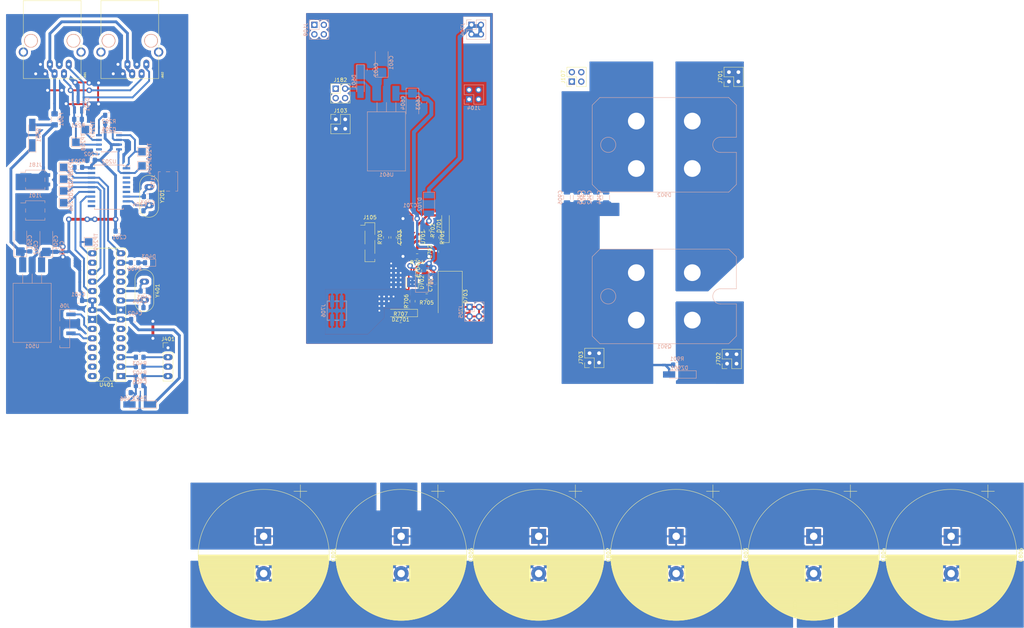
<source format=kicad_pcb>
(kicad_pcb (version 20171130) (host pcbnew 5.1.4)
  (layers (0 F.Cu signal) (31 B.Cu signal) (34 B.Paste user) (35 F.Paste user) (36 B.SilkS user) (37 F.SilkS user) (38 B.Mask user) (39 F.Mask user) (44 Edge.Cuts user))
  (net 0 "")
  (net 1 GND)
  (net 2 +5V)
  (net 3 /MCU/RESET)
  (net 4 "Net-(C203-Pad1)")
  (net 5 "Net-(C204-Pad1)")
  (net 6 "Net-(C403-Pad1)")
  (net 7 "Net-(C404-Pad1)")
  (net 8 "Net-(C405-Pad2)")
  (net 9 "/CANBUS CONN/CAN_L")
  (net 10 "/CANBUS CONN/CAN_H")
  (net 11 "Net-(R202-Pad1)")
  (net 12 "Net-(R203-Pad2)")
  (net 13 /MCU/USART_RX)
  (net 14 "Net-(J401-Pad3)")
  (net 15 "Net-(J401-Pad2)")
  (net 16 /MCU/USART_TX)
  (net 17 /MOSI)
  (net 18 /MISO)
  (net 19 /CANBUS/TXCAN)
  (net 20 /CANBUS/RXCAN)
  (net 21 /CANBUS/CS)
  (net 22 /SCK)
  (net 23 /CANBUS/INT)
  (net 24 "Net-(U201-Pad5)")
  (net 25 "Net-(U202-Pad3)")
  (net 26 "Net-(U202-Pad4)")
  (net 27 "Net-(U202-Pad5)")
  (net 28 "Net-(U202-Pad6)")
  (net 29 "Net-(U202-Pad11)")
  (net 30 "Net-(D403-Pad2)")
  (net 31 "Net-(U202-Pad10)")
  (net 32 "Net-(C501-Pad1)")
  (net 33 "Net-(U401-Pad16)")
  (net 34 /chopper/GATE)
  (net 35 "Net-(R705-Pad2)")
  (net 36 "Net-(D703-Pad1)")
  (net 37 "Net-(R701-Pad2)")
  (net 38 "Net-(R704-Pad1)")
  (net 39 "Net-(C703-Pad2)")
  (net 40 "Net-(D702-Pad2)")
  (net 41 +36V)
  (net 42 /chopper/-MOTOR)
  (net 43 +15V)
  (net 44 "Net-(C702-Pad2)")
  (net 45 /driver/IR2127_FAULT)
  (net 46 /MCU/PWM)
  (net 47 "Net-(U401-Pad4)")
  (net 48 "Net-(U401-Pad5)")
  (net 49 "Net-(U401-Pad6)")
  (net 50 "Net-(U401-Pad11)")
  (net 51 "Net-(U401-Pad25)")
  (net 52 "Net-(U401-Pad12)")
  (net 53 "Net-(U401-Pad26)")
  (net 54 "Net-(U401-Pad27)")
  (net 55 "Net-(U401-Pad28)")
  (net 56 "Net-(C601-Pad1)")
  (net 57 "/CANBUS CONN/CAN_18V")
  (net 58 "/POWER SUPPLY +15V/+18V_IN")
  (net 59 "Net-(R406-Pad1)")
  (net 60 /MCU/IR_2127_FAULT)
  (net 61 /driver/PWM)
  (net 62 "Net-(J107-Pad1)")
  (module Capacitor_SMD:C_1206_3216Metric_Pad1.42x1.75mm_HandSolder (layer B.Cu) (at 127.544575 56.545165 270)
    (fp_text reference C902 (at 0 1.82 270) (layer B.SilkS) (effects (justify mirror)))
    (fp_text value "10nF 250V")
    (pad 2 smd roundrect (at 1.4875 0 270) (size 1.425 1.75) (layers B.Cu B.Paste B.Mask) (roundrect_rratio 0.175439) (net 1 GND))
    (pad 1 smd roundrect (at -1.4875 0 270) (size 1.425 1.75) (layers B.Cu B.Paste B.Mask) (roundrect_rratio 0.175439) (net 41 +36V))
  )
  (module Connector_PinHeader_2.54mm:PinHeader_2x02_P2.54mm_Vertical_SMD (layer B.Cu) (at 57.785 86.995 270)
    (fp_text reference J706 (at 0 3.6 90) (layer B.SilkS) (effects (justify mirror)))
    (fp_text value SOURCECH)
    (pad 4 smd rect (at 2.525 -1.27 270) (size 3.15 1) (layers B.Cu B.Paste B.Mask) (net 1 GND))
    (pad 3 smd rect (at -2.525 -1.27 270) (size 3.15 1) (layers B.Cu B.Paste B.Mask) (net 1 GND))
    (pad 2 smd rect (at 2.525 1.27 270) (size 3.15 1) (layers B.Cu B.Paste B.Mask) (net 1 GND))
    (pad 1 smd rect (at -2.525 1.27 270) (size 3.15 1) (layers B.Cu B.Paste B.Mask) (net 1 GND))
  )
  (module Connector_PinSocket_2.54mm:PinSocket_1x04_P2.54mm_Vertical_SMD_Pin1Left (layer F.Cu) (at 66.675 68.58)
    (fp_text reference J105 (at 0 -6.68) (layer F.SilkS))
    (fp_text value "PWM/IR D")
    (pad 4 smd rect (at 1.65 3.81) (size 1.9 1) (layers F.Cu F.Paste F.Mask) (net 1 GND))
    (pad 2 smd rect (at 1.65 -1.27) (size 1.9 1) (layers F.Cu F.Paste F.Mask) (net 1 GND))
    (pad 3 smd rect (at -1.65 1.27) (size 1.9 1) (layers F.Cu F.Paste F.Mask) (net 45 /driver/IR2127_FAULT))
    (pad 1 smd rect (at -1.65 -3.81) (size 1.9 1) (layers F.Cu F.Paste F.Mask) (net 61 /driver/PWM))
  )
  (module Diode_SMD:D_SMC_Handsoldering (layer F.Cu) (at 88.265 83.185 270)
    (fp_text reference D703 (at 0 -4.1 90) (layer F.SilkS))
    (fp_text value ES3B)
    (pad 2 smd rect (at 4.4 0) (size 3.3 4.5) (layers F.Cu F.Paste F.Mask) (net 34 /chopper/GATE))
    (pad 1 smd rect (at -4.4 0) (size 3.3 4.5) (layers F.Cu F.Paste F.Mask) (net 36 "Net-(D703-Pad1)"))
  )
  (module Package_SO:MSOP-8-1EP_3x3mm_P0.65mm_EP2.54x2.8mm_ThermalVias (layer F.Cu) (at 78.105 79.375 270)
    (fp_text reference U702 (at 0 -2.55 90) (layer F.SilkS))
    (fp_text value UCC2732)
    (pad 9 smd rect (at 0 0 270) (size 2.54 2.8) (layers B.Cu))
    (pad 9 thru_hole circle (at -0.5 -0.5 270) (size 0.6 0.6) (drill 0.3) (layers *.Cu *.Mask))
    (pad 9 thru_hole circle (at -0.5 0.5 270) (size 0.6 0.6) (drill 0.3) (layers *.Cu *.Mask))
    (pad 9 thru_hole circle (at 0.5 0.5 270) (size 0.6 0.6) (drill 0.3) (layers *.Cu *.Mask))
    (pad 9 thru_hole circle (at 0.5 -0.5 270) (size 0.6 0.6) (drill 0.3) (layers *.Cu *.Mask))
    (pad 5 smd rect (at 2.4 0.975 270) (size 1.26 0.4) (layers F.Cu F.Paste F.Mask) (net 1 GND) (clearance 0.01))
    (pad 1 smd rect (at -2.4 -0.975 270) (size 1.26 0.4) (layers F.Cu F.Paste F.Mask) (net 43 +15V))
    (pad 4 smd rect (at -2.4 0.975 270) (size 1.26 0.4) (layers F.Cu F.Paste F.Mask) (net 1 GND))
    (pad 6 smd rect (at 2.4 0.325 270) (size 1.26 0.4) (layers F.Cu F.Paste F.Mask) (net 35 "Net-(R705-Pad2)"))
    (pad 2 smd rect (at -2.4 -0.325 270) (size 1.26 0.4) (layers F.Cu F.Paste F.Mask) (net 38 "Net-(R704-Pad1)"))
    (pad 3 smd rect (at -2.4 0.325 270) (size 1.26 0.4) (layers F.Cu F.Paste F.Mask) (net 43 +15V))
    (pad 7 smd rect (at 2.4 -0.325 270) (size 1.26 0.4) (layers F.Cu F.Paste F.Mask) (net 35 "Net-(R705-Pad2)"))
    (pad 9 smd rect (at 0 0 270) (size 2.54 2.8) (layers F.Cu F.Mask) (clearance 0.01))
    (pad 8 smd rect (at 2.4 -0.975 270) (size 1.26 0.4) (layers F.Cu F.Paste F.Mask) (net 43 +15V))
  )
  (module Connector_PinSocket_2.54mm:PinSocket_2x02_P2.54mm_Vertical_SMD (layer B.Cu) (at -23.295 60.055 180)
    (fp_text reference J101 (at 0 4.04) (layer B.SilkS) (effects (justify mirror)))
    (fp_text value GNDC1)
    (pad 4 smd rect (at -2.52 -1.27 180) (size 3 1) (layers B.Cu B.Paste B.Mask) (net 1 GND))
    (pad 3 smd rect (at 2.52 -1.27 180) (size 3 1) (layers B.Cu B.Paste B.Mask) (net 1 GND))
    (pad 2 smd rect (at -2.52 1.27 180) (size 3 1) (layers B.Cu B.Paste B.Mask) (net 1 GND))
    (pad 1 smd rect (at 2.52 1.27 180) (size 3 1) (layers B.Cu B.Paste B.Mask) (net 1 GND))
  )
  (module Connector_PinHeader_2.54mm:PinHeader_2x02_P2.54mm_Vertical (layer F.Cu) (at 57.495 35.555)
    (fp_text reference J103 (at 1.27 -2.33) (layer F.SilkS))
    (fp_text value GNDD1)
    (pad 4 thru_hole oval (at 2.54 2.54) (size 1.7 1.7) (drill 1) (layers *.Cu *.Mask) (net 1 GND))
    (pad 3 thru_hole oval (at 0 2.54) (size 1.7 1.7) (drill 1) (layers *.Cu *.Mask) (net 1 GND))
    (pad 2 thru_hole oval (at 2.54 0) (size 1.7 1.7) (drill 1) (layers *.Cu *.Mask) (net 1 GND))
    (pad 1 thru_hole rect (at 0 0) (size 1.7 1.7) (drill 1) (layers *.Cu *.Mask) (net 1 GND))
  )
  (module Connector_PinHeader_2.54mm:PinHeader_2x02_P2.54mm_Vertical (layer F.Cu) (at 57.4625 27.3)
    (fp_text reference J182 (at 1.27 -2.33) (layer F.SilkS))
    (fp_text value +18D)
    (pad 4 thru_hole oval (at 2.54 2.54) (size 1.7 1.7) (drill 1) (layers *.Cu *.Mask) (net 58 "/POWER SUPPLY +15V/+18V_IN"))
    (pad 3 thru_hole oval (at 0 2.54) (size 1.7 1.7) (drill 1) (layers *.Cu *.Mask) (net 58 "/POWER SUPPLY +15V/+18V_IN"))
    (pad 2 thru_hole oval (at 2.54 0) (size 1.7 1.7) (drill 1) (layers *.Cu *.Mask) (net 58 "/POWER SUPPLY +15V/+18V_IN"))
    (pad 1 thru_hole rect (at 0 0) (size 1.7 1.7) (drill 1) (layers *.Cu *.Mask) (net 58 "/POWER SUPPLY +15V/+18V_IN"))
  )
  (module Connector_PinSocket_2.54mm:PinSocket_2x02_P2.54mm_Vertical_SMD (layer B.Cu) (at -23.295 51.8 180)
    (fp_text reference J181 (at 0 4.04) (layer B.SilkS) (effects (justify mirror)))
    (fp_text value +18C)
    (pad 4 smd rect (at -2.52 -1.27 180) (size 3 1) (layers B.Cu B.Paste B.Mask) (net 58 "/POWER SUPPLY +15V/+18V_IN"))
    (pad 3 smd rect (at 2.52 -1.27 180) (size 3 1) (layers B.Cu B.Paste B.Mask) (net 58 "/POWER SUPPLY +15V/+18V_IN"))
    (pad 2 smd rect (at -2.52 1.27 180) (size 3 1) (layers B.Cu B.Paste B.Mask) (net 58 "/POWER SUPPLY +15V/+18V_IN"))
    (pad 1 smd rect (at 2.52 1.27 180) (size 3 1) (layers B.Cu B.Paste B.Mask) (net 58 "/POWER SUPPLY +15V/+18V_IN"))
  )
  (module Connector_PinSocket_2.54mm:PinSocket_2x02_P2.54mm_Vertical_SMD (layer B.Cu) (at 12.4 52.25 270)
    (fp_text reference J102 (at 0 4.04 90) (layer B.SilkS) (effects (justify mirror)))
    (fp_text value GNDC2)
    (pad 4 smd rect (at -2.52 -1.27 270) (size 3 1) (layers B.Cu B.Paste B.Mask) (net 1 GND))
    (pad 3 smd rect (at 2.52 -1.27 270) (size 3 1) (layers B.Cu B.Paste B.Mask) (net 1 GND))
    (pad 2 smd rect (at -2.52 1.27 270) (size 3 1) (layers B.Cu B.Paste B.Mask) (net 1 GND))
    (pad 1 smd rect (at 2.52 1.27 270) (size 3 1) (layers B.Cu B.Paste B.Mask) (net 1 GND))
  )
  (module Connector_PinHeader_2.54mm:PinHeader_1x04_P2.54mm_Vertical_SMD_Pin1Left (layer B.Cu) (at -15.3575 91.805 180)
    (fp_text reference J06 (at 0 6.14) (layer B.SilkS) (effects (justify mirror)))
    (fp_text value "PWM/IR C")
    (pad 4 smd rect (at 1.655 -3.81 180) (size 2.51 1) (layers B.Cu B.Paste B.Mask) (net 1 GND))
    (pad 2 smd rect (at 1.655 1.27 180) (size 2.51 1) (layers B.Cu B.Paste B.Mask) (net 1 GND))
    (pad 3 smd rect (at -1.655 -1.27 180) (size 2.51 1) (layers B.Cu B.Paste B.Mask) (net 60 /MCU/IR_2127_FAULT))
    (pad 1 smd rect (at -1.655 3.81 180) (size 2.51 1) (layers B.Cu B.Paste B.Mask) (net 46 /MCU/PWM))
  )
  (module Package_SO:SOIC-8_3.9x4.9mm_P1.27mm (layer F.Cu) (at 77.47 67.31 270)
    (fp_text reference U701 (at 0 -3.5 270) (layer F.SilkS))
    (fp_text value IR2127S)
    (pad 8 smd rect (at 2.7 -1.905 270) (size 1.55 0.6) (layers F.Cu F.Paste F.Mask) (net 44 "Net-(C702-Pad2)"))
    (pad 7 smd rect (at 2.7 -0.635 270) (size 1.55 0.6) (layers F.Cu F.Paste F.Mask) (net 37 "Net-(R701-Pad2)"))
    (pad 6 smd rect (at 2.7 0.635 270) (size 1.55 0.6) (layers F.Cu F.Paste F.Mask) (net 39 "Net-(C703-Pad2)"))
    (pad 5 smd rect (at 2.7 1.905 270) (size 1.55 0.6) (layers F.Cu F.Paste F.Mask) (net 1 GND))
    (pad 4 smd rect (at -2.7 1.905 270) (size 1.55 0.6) (layers F.Cu F.Paste F.Mask) (net 1 GND))
    (pad 3 smd rect (at -2.7 0.635 270) (size 1.55 0.6) (layers F.Cu F.Paste F.Mask) (net 45 /driver/IR2127_FAULT))
    (pad 2 smd rect (at -2.7 -0.635 270) (size 1.55 0.6) (layers F.Cu F.Paste F.Mask) (net 61 /driver/PWM))
    (pad 1 smd rect (at -2.7 -1.905 270) (size 1.55 0.6) (layers F.Cu F.Paste F.Mask) (net 43 +15V))
  )
  (module Connector_PinHeader_2.54mm:PinHeader_2x02_P2.54mm_Vertical (layer B.Cu) (at 93.46946 85.98932 270)
    (fp_text reference J705 (at 1.27 2.33 270) (layer B.SilkS) (effects (justify mirror)))
    (fp_text value GATECH)
    (pad 1 thru_hole rect (at 0 0 270) (size 1.7 1.7) (drill 1) (layers *.Cu *.Mask) (net 34 /chopper/GATE))
    (pad 2 thru_hole oval (at 2.54 0 270) (size 1.7 1.7) (drill 1) (layers *.Cu *.Mask) (net 34 /chopper/GATE))
    (pad 3 thru_hole oval (at 0 -2.54 270) (size 1.7 1.7) (drill 1) (layers *.Cu *.Mask) (net 34 /chopper/GATE))
    (pad 4 thru_hole oval (at 2.54 -2.54 270) (size 1.7 1.7) (drill 1) (layers *.Cu *.Mask) (net 34 /chopper/GATE))
  )
  (module Connector_PinHeader_2.54mm:PinHeader_2x02_P2.54mm_Vertical (layer B.Cu) (at 93.98 10.15 270)
    (fp_text reference J704 (at 1.27 2.33 270) (layer B.SilkS) (effects (justify mirror)))
    (fp_text value DRAINCH)
    (pad 1 thru_hole rect (at 0 0 270) (size 1.7 1.7) (drill 1) (layers *.Cu *.Mask) (net 42 /chopper/-MOTOR))
    (pad 2 thru_hole oval (at 2.54 0 270) (size 1.7 1.7) (drill 1) (layers *.Cu *.Mask) (net 42 /chopper/-MOTOR))
    (pad 3 thru_hole oval (at 0 -2.54 270) (size 1.7 1.7) (drill 1) (layers *.Cu *.Mask) (net 42 /chopper/-MOTOR))
    (pad 4 thru_hole oval (at 2.54 -2.54 270) (size 1.7 1.7) (drill 1) (layers *.Cu *.Mask) (net 42 /chopper/-MOTOR))
  )
  (module Connector_PinHeader_2.54mm:PinHeader_2x02_P2.54mm_Vertical (layer F.Cu) (at 125.725 100.97 90)
    (fp_text reference J703 (at 1.27 -2.33 90) (layer F.SilkS))
    (fp_text value SOURCED)
    (pad 4 thru_hole oval (at 2.54 2.54 90) (size 1.7 1.7) (drill 1) (layers *.Cu *.Mask) (net 1 GND))
    (pad 3 thru_hole oval (at 0 2.54 90) (size 1.7 1.7) (drill 1) (layers *.Cu *.Mask) (net 1 GND))
    (pad 2 thru_hole oval (at 2.54 0 90) (size 1.7 1.7) (drill 1) (layers *.Cu *.Mask) (net 1 GND))
    (pad 1 thru_hole rect (at 0 0 90) (size 1.7 1.7) (drill 1) (layers *.Cu *.Mask) (net 1 GND))
  )
  (module Connector_PinHeader_2.54mm:PinHeader_2x02_P2.54mm_Vertical (layer F.Cu) (at 162.68446 101.23932 90)
    (fp_text reference J702 (at 1.27 -2.33 90) (layer F.SilkS))
    (fp_text value GATED)
    (pad 4 thru_hole oval (at 2.54 2.54 90) (size 1.7 1.7) (drill 1) (layers *.Cu *.Mask) (net 34 /chopper/GATE))
    (pad 3 thru_hole oval (at 0 2.54 90) (size 1.7 1.7) (drill 1) (layers *.Cu *.Mask) (net 34 /chopper/GATE))
    (pad 2 thru_hole oval (at 2.54 0 90) (size 1.7 1.7) (drill 1) (layers *.Cu *.Mask) (net 34 /chopper/GATE))
    (pad 1 thru_hole rect (at 0 0 90) (size 1.7 1.7) (drill 1) (layers *.Cu *.Mask) (net 34 /chopper/GATE))
  )
  (module Connector_PinHeader_2.54mm:PinHeader_2x02_P2.54mm_Vertical (layer F.Cu) (at 163.195 25.4 90)
    (fp_text reference J701 (at 1.27 -2.33 90) (layer F.SilkS))
    (fp_text value DRAIND)
    (pad 4 thru_hole oval (at 2.54 2.54 90) (size 1.7 1.7) (drill 1) (layers *.Cu *.Mask) (net 42 /chopper/-MOTOR))
    (pad 3 thru_hole oval (at 0 2.54 90) (size 1.7 1.7) (drill 1) (layers *.Cu *.Mask) (net 42 /chopper/-MOTOR))
    (pad 2 thru_hole oval (at 2.54 0 90) (size 1.7 1.7) (drill 1) (layers *.Cu *.Mask) (net 42 /chopper/-MOTOR))
    (pad 1 thru_hole rect (at 0 0 90) (size 1.7 1.7) (drill 1) (layers *.Cu *.Mask) (net 42 /chopper/-MOTOR))
  )
  (module Connector_PinHeader_2.54mm:PinHeader_2x02_P2.54mm_Vertical (layer B.Cu) (at 51.7475 10.155 270)
    (fp_text reference J108 (at 1.27 2.33 270) (layer B.SilkS) (effects (justify mirror)))
    (fp_text value HOLD2)
    (pad 1 thru_hole rect (at 0 0 270) (size 1.7 1.7) (drill 1) (layers *.Cu *.Mask) (net 62 "Net-(J107-Pad1)"))
    (pad 2 thru_hole oval (at 2.54 0 270) (size 1.7 1.7) (drill 1) (layers *.Cu *.Mask) (net 62 "Net-(J107-Pad1)"))
    (pad 3 thru_hole oval (at 0 -2.54 270) (size 1.7 1.7) (drill 1) (layers *.Cu *.Mask) (net 62 "Net-(J107-Pad1)"))
    (pad 4 thru_hole oval (at 2.54 -2.54 270) (size 1.7 1.7) (drill 1) (layers *.Cu *.Mask) (net 62 "Net-(J107-Pad1)"))
  )
  (module Connector_PinHeader_2.54mm:PinHeader_2x02_P2.54mm_Vertical (layer F.Cu) (at 120.9625 25.405 90)
    (fp_text reference J107 (at 1.27 -2.33 90) (layer F.SilkS))
    (fp_text value HOLD1)
    (pad 4 thru_hole oval (at 2.54 2.54 90) (size 1.7 1.7) (drill 1) (layers *.Cu *.Mask) (net 62 "Net-(J107-Pad1)"))
    (pad 3 thru_hole oval (at 0 2.54 90) (size 1.7 1.7) (drill 1) (layers *.Cu *.Mask) (net 62 "Net-(J107-Pad1)"))
    (pad 2 thru_hole oval (at 2.54 0 90) (size 1.7 1.7) (drill 1) (layers *.Cu *.Mask) (net 62 "Net-(J107-Pad1)"))
    (pad 1 thru_hole rect (at 0 0 90) (size 1.7 1.7) (drill 1) (layers *.Cu *.Mask) (net 62 "Net-(J107-Pad1)"))
  )
  (module Connector_PinHeader_2.54mm:PinHeader_2x02_P2.54mm_Vertical (layer B.Cu) (at 93.34 30.1675)
    (fp_text reference J104 (at 1.27 2.33) (layer B.SilkS) (effects (justify mirror)))
    (fp_text value GNDD2)
    (pad 1 thru_hole rect (at 0 0) (size 1.7 1.7) (drill 1) (layers *.Cu *.Mask) (net 1 GND))
    (pad 2 thru_hole oval (at 2.54 0) (size 1.7 1.7) (drill 1) (layers *.Cu *.Mask) (net 1 GND))
    (pad 3 thru_hole oval (at 0 -2.54) (size 1.7 1.7) (drill 1) (layers *.Cu *.Mask) (net 1 GND))
    (pad 4 thru_hole oval (at 2.54 -2.54) (size 1.7 1.7) (drill 1) (layers *.Cu *.Mask) (net 1 GND))
  )
  (module Crystal:Crystal_HC49-U_Vertical (layer F.Cu) (at 6.046 79.184 270)
    (fp_text reference Y401 (at 2.44 -3.525 270) (layer F.SilkS))
    (fp_text value 16MHz)
    (pad 1 thru_hole oval (at 0 0 270) (size 1.6 2.5) (drill 0.8) (layers *.Cu *.Mask) (net 6 "Net-(C403-Pad1)"))
    (pad 2 thru_hole oval (at 4.88 0 270) (size 1.6 2.5) (drill 0.8) (layers *.Cu *.Mask) (net 7 "Net-(C404-Pad1)"))
  )
  (module Capacitor_SMD:C_0805_2012Metric_Pad1.15x1.40mm_HandSolder (layer F.Cu) (at 81.28 80.01 270)
    (fp_text reference C705 (at 0 -1.65 270) (layer F.SilkS))
    (fp_text value 1uF)
    (pad 2 smd roundrect (at 1.025 0 270) (size 1.15 1.4) (layers F.Cu F.Paste F.Mask) (roundrect_rratio 0.217391) (net 43 +15V))
    (pad 1 smd roundrect (at -1.025 0 270) (size 1.15 1.4) (layers F.Cu F.Paste F.Mask) (roundrect_rratio 0.217391) (net 1 GND))
  )
  (module Capacitor_SMD:C_0805_2012Metric_Pad1.15x1.40mm_HandSolder (layer F.Cu) (at 81.28 76.2 90)
    (fp_text reference C704 (at 0 -1.65 270) (layer F.SilkS))
    (fp_text value 100nF)
    (pad 1 smd roundrect (at -1.025 0 90) (size 1.15 1.4) (layers F.Cu F.Paste F.Mask) (roundrect_rratio 0.217391) (net 1 GND))
    (pad 2 smd roundrect (at 1.025 0 90) (size 1.15 1.4) (layers F.Cu F.Paste F.Mask) (roundrect_rratio 0.217391) (net 43 +15V))
  )
  (module Capacitor_SMD:C_0805_2012Metric_Pad1.15x1.40mm_HandSolder (layer F.Cu) (at 73.035 67.305 270)
    (fp_text reference C703 (at 0 -1.65 270) (layer F.SilkS))
    (fp_text value 100nF)
    (pad 2 smd roundrect (at 1.025 0 270) (size 1.15 1.4) (layers F.Cu F.Paste F.Mask) (roundrect_rratio 0.217391) (net 39 "Net-(C703-Pad2)"))
    (pad 1 smd roundrect (at -1.025 0 270) (size 1.15 1.4) (layers F.Cu F.Paste F.Mask) (roundrect_rratio 0.217391) (net 1 GND))
  )
  (module Capacitor_SMD:C_0805_2012Metric_Pad1.15x1.40mm_HandSolder (layer F.Cu) (at 84.455 71.12 90)
    (fp_text reference C702 (at 0 -1.65 270) (layer F.SilkS))
    (fp_text value 100nF)
    (pad 1 smd roundrect (at -1.025 0 90) (size 1.15 1.4) (layers F.Cu F.Paste F.Mask) (roundrect_rratio 0.217391) (net 1 GND))
    (pad 2 smd roundrect (at 1.025 0 90) (size 1.15 1.4) (layers F.Cu F.Paste F.Mask) (roundrect_rratio 0.217391) (net 44 "Net-(C702-Pad2)"))
  )
  (module Capacitor_SMD:C_0805_2012Metric_Pad1.15x1.40mm_HandSolder (layer B.Cu) (at 77.47 60.325 180)
    (fp_text reference C701 (at 0 1.65) (layer B.SilkS) (effects (justify mirror)))
    (fp_text value 100nF)
    (pad 2 smd roundrect (at 1.025 0 180) (size 1.15 1.4) (layers B.Cu B.Paste B.Mask) (roundrect_rratio 0.217391) (net 1 GND))
    (pad 1 smd roundrect (at -1.025 0 180) (size 1.15 1.4) (layers B.Cu B.Paste B.Mask) (roundrect_rratio 0.217391) (net 43 +15V))
  )
  (module Capacitor_Tantalum_SMD:CP_EIA-6032-20_AVX-F_Pad2.25x2.35mm_HandSolder (layer B.Cu) (at 80.645 78.105 90)
    (fp_text reference C706 (at 0 2.55 90) (layer B.SilkS) (effects (justify mirror)))
    (fp_text value 10uF)
    (pad 2 smd roundrect (at 2.55 0 90) (size 2.25 2.35) (layers B.Cu B.Paste B.Mask) (roundrect_rratio 0.111111) (net 43 +15V))
    (pad 1 smd roundrect (at -2.55 0 90) (size 2.25 2.35) (layers B.Cu B.Paste B.Mask) (roundrect_rratio 0.111111) (net 1 GND))
  )
  (module Diode_SMD:D_MELF (layer B.Cu) (at 82.55 58.42 270)
    (fp_text reference D702 (at 0 2.5 90) (layer B.SilkS) (effects (justify mirror)))
    (fp_text value BYD77)
    (pad 2 smd rect (at 2.4 0 270) (size 1.5 2.7) (layers B.Cu B.Paste B.Mask) (net 40 "Net-(D702-Pad2)"))
    (pad 1 smd rect (at -2.4 0 270) (size 1.5 2.7) (layers B.Cu B.Paste B.Mask) (net 42 /chopper/-MOTOR))
  )
  (module Diode_SMD:D_MiniMELF_Handsoldering (layer F.Cu) (at 74.93 87.63 180)
    (fp_text reference DZ701 (at 0 -1.75) (layer F.SilkS))
    (fp_text value 15V)
    (pad 1 smd rect (at -2.75 0 180) (size 3.3 1.7) (layers F.Cu F.Paste F.Mask) (net 34 /chopper/GATE))
    (pad 2 smd rect (at 2.75 0 180) (size 3.3 1.7) (layers F.Cu F.Paste F.Mask) (net 1 GND))
  )
  (module Diode_SMD:D_MiniMELF_Handsoldering (layer F.Cu) (at 86.995 64.135 90)
    (fp_text reference D701 (at 0 -1.75 90) (layer F.SilkS))
    (fp_text value BAV102)
    (pad 2 smd rect (at 2.75 0 90) (size 3.3 1.7) (layers F.Cu F.Paste F.Mask) (net 43 +15V))
    (pad 1 smd rect (at -2.75 0 90) (size 3.3 1.7) (layers F.Cu F.Paste F.Mask) (net 44 "Net-(C702-Pad2)"))
  )
  (module Resistor_SMD:R_0805_2012Metric_Pad1.15x1.40mm_HandSolder (layer F.Cu) (at 84.455 67.31 270)
    (fp_text reference R701 (at 0 -1.65 270) (layer F.SilkS))
    (fp_text value 22K)
    (pad 2 smd roundrect (at 1.025 0 270) (size 1.15 1.4) (layers F.Cu F.Paste F.Mask) (roundrect_rratio 0.217391) (net 37 "Net-(R701-Pad2)"))
    (pad 1 smd roundrect (at -1.025 0 270) (size 1.15 1.4) (layers F.Cu F.Paste F.Mask) (roundrect_rratio 0.217391) (net 40 "Net-(D702-Pad2)"))
  )
  (module Resistor_SMD:R_0805_2012Metric_Pad1.15x1.40mm_HandSolder (layer F.Cu) (at 81.915 65.405 270)
    (fp_text reference R702 (at 0 -1.65 270) (layer F.SilkS))
    (fp_text value 10K)
    (pad 1 smd roundrect (at -1.025 0 270) (size 1.15 1.4) (layers F.Cu F.Paste F.Mask) (roundrect_rratio 0.217391) (net 40 "Net-(D702-Pad2)"))
    (pad 2 smd roundrect (at 1.025 0 270) (size 1.15 1.4) (layers F.Cu F.Paste F.Mask) (roundrect_rratio 0.217391) (net 39 "Net-(C703-Pad2)"))
  )
  (module Resistor_SMD:R_0805_2012Metric_Pad1.15x1.40mm_HandSolder (layer F.Cu) (at 71.041504 67.309429 90)
    (fp_text reference R703 (at 0 -1.65 270) (layer F.SilkS))
    (fp_text value 820)
    (pad 2 smd roundrect (at 1.025 0 90) (size 1.15 1.4) (layers F.Cu F.Paste F.Mask) (roundrect_rratio 0.217391) (net 1 GND))
    (pad 1 smd roundrect (at -1.025 0 90) (size 1.15 1.4) (layers F.Cu F.Paste F.Mask) (roundrect_rratio 0.217391) (net 39 "Net-(C703-Pad2)"))
  )
  (module Resistor_SMD:R_0805_2012Metric_Pad1.15x1.40mm_HandSolder (layer F.Cu) (at 79.375 72.39 180)
    (fp_text reference R704 (at 0 -1.65 180) (layer F.SilkS))
    (fp_text value 0)
    (pad 1 smd roundrect (at -1.025 0 180) (size 1.15 1.4) (layers F.Cu F.Paste F.Mask) (roundrect_rratio 0.217391) (net 38 "Net-(R704-Pad1)"))
    (pad 2 smd roundrect (at 1.025 0 180) (size 1.15 1.4) (layers F.Cu F.Paste F.Mask) (roundrect_rratio 0.217391) (net 37 "Net-(R701-Pad2)"))
  )
  (module Resistor_SMD:R_0805_2012Metric_Pad1.15x1.40mm_HandSolder (layer F.Cu) (at 81.915 83.185 180)
    (fp_text reference R705 (at 0 -1.65 180) (layer F.SilkS))
    (fp_text value 4R7)
    (pad 2 smd roundrect (at 1.025 0 180) (size 1.15 1.4) (layers F.Cu F.Paste F.Mask) (roundrect_rratio 0.217391) (net 35 "Net-(R705-Pad2)"))
    (pad 1 smd roundrect (at -1.025 0 180) (size 1.15 1.4) (layers F.Cu F.Paste F.Mask) (roundrect_rratio 0.217391) (net 36 "Net-(D703-Pad1)"))
  )
  (module Resistor_SMD:R_0805_2012Metric_Pad1.15x1.40mm_HandSolder (layer F.Cu) (at 78.105 84.455 90)
    (fp_text reference R706 (at 0 -1.65 90) (layer F.SilkS))
    (fp_text value 10)
    (pad 1 smd roundrect (at -1.025 0 90) (size 1.15 1.4) (layers F.Cu F.Paste F.Mask) (roundrect_rratio 0.217391) (net 34 /chopper/GATE))
    (pad 2 smd roundrect (at 1.025 0 90) (size 1.15 1.4) (layers F.Cu F.Paste F.Mask) (roundrect_rratio 0.217391) (net 35 "Net-(R705-Pad2)"))
  )
  (module Resistor_SMD:R_0805_2012Metric_Pad1.15x1.40mm_HandSolder (layer F.Cu) (at 74.93 89.535)
    (fp_text reference R707 (at 0 -1.65) (layer F.SilkS))
    (fp_text value 10K)
    (pad 2 smd roundrect (at 1.025 0) (size 1.15 1.4) (layers F.Cu F.Paste F.Mask) (roundrect_rratio 0.217391) (net 34 /chopper/GATE))
    (pad 1 smd roundrect (at -1.025 0) (size 1.15 1.4) (layers F.Cu F.Paste F.Mask) (roundrect_rratio 0.217391) (net 1 GND))
  )
  (module Capacitor_SMD:C_1206_3216Metric_Pad1.42x1.75mm_HandSolder (layer B.Cu) (at 119.6533 56.545165 270)
    (fp_text reference C906 (at 0 1.82 270) (layer B.SilkS) (effects (justify mirror)))
    (fp_text value "10nF 250V")
    (pad 2 smd roundrect (at 1.4875 0 270) (size 1.425 1.75) (layers B.Cu B.Paste B.Mask) (roundrect_rratio 0.175439) (net 1 GND))
    (pad 1 smd roundrect (at -1.4875 0 270) (size 1.425 1.75) (layers B.Cu B.Paste B.Mask) (roundrect_rratio 0.175439) (net 41 +36V))
  )
  (module Capacitor_SMD:C_1206_3216Metric_Pad1.42x1.75mm_HandSolder (layer B.Cu) (at 130.175 56.545165 270)
    (fp_text reference C904 (at 0 1.82 270) (layer B.SilkS) (effects (justify mirror)))
    (fp_text value "10nF 250V")
    (pad 1 smd roundrect (at -1.4875 0 270) (size 1.425 1.75) (layers B.Cu B.Paste B.Mask) (roundrect_rratio 0.175439) (net 41 +36V))
    (pad 2 smd roundrect (at 1.4875 0 270) (size 1.425 1.75) (layers B.Cu B.Paste B.Mask) (roundrect_rratio 0.175439) (net 1 GND))
  )
  (module Capacitor_SMD:C_1206_3216Metric_Pad1.42x1.75mm_HandSolder (layer B.Cu) (at 124.91415 56.545165 270)
    (fp_text reference C905 (at 0 1.82 270) (layer B.SilkS) (effects (justify mirror)))
    (fp_text value "10nF 250V")
    (pad 2 smd roundrect (at 1.4875 0 270) (size 1.425 1.75) (layers B.Cu B.Paste B.Mask) (roundrect_rratio 0.175439) (net 1 GND))
    (pad 1 smd roundrect (at -1.4875 0 270) (size 1.425 1.75) (layers B.Cu B.Paste B.Mask) (roundrect_rratio 0.175439) (net 41 +36V))
  )
  (module Capacitor_SMD:C_1206_3216Metric_Pad1.42x1.75mm_HandSolder (layer B.Cu) (at 122.283725 56.545165 90)
    (fp_text reference C903 (at 0 1.82 90) (layer B.SilkS) (effects (justify mirror)))
    (fp_text value "10nF 250V")
    (pad 1 smd roundrect (at -1.4875 0 90) (size 1.425 1.75) (layers B.Cu B.Paste B.Mask) (roundrect_rratio 0.175439) (net 1 GND))
    (pad 2 smd roundrect (at 1.4875 0 90) (size 1.425 1.75) (layers B.Cu B.Paste B.Mask) (roundrect_rratio 0.175439) (net 41 +36V))
  )
  (module KicadZeniteSolarLibrary18:TO-220-3_Horizontal_TabDown_SMD (layer B.Cu) (at 68.58 29.845)
    (fp_text reference U601 (at 2.54 20.58 -180) (layer B.SilkS) (effects (justify mirror)))
    (fp_text value LM7815)
    (pad 3 smd rect (at 5.08 -1.27) (size 1.905 4) (layers B.Cu B.Paste B.Mask) (net 43 +15V))
    (pad 2 smd rect (at 2.54 -1.27) (size 1.905 4) (layers B.Cu B.Paste B.Mask) (net 1 GND))
    (pad 1 smd rect (at 0 -1.27) (size 1.905 4) (layers B.Cu B.Paste B.Mask) (net 56 "Net-(C601-Pad1)"))
    (pad 2 smd rect (at 2.54 11.684) (size 10 16) (layers B.Cu B.Paste B.Mask) (net 1 GND))
  )
  (module Capacitor_THT:CP_Radial_D35.0mm_P10.00mm_SnapIn (layer F.Cu) (at 38.112579 147.653907 270)
    (fp_text reference C801 (at 5 -18.75 270) (layer F.SilkS))
    (fp_text value 4700uF)
    (pad 2 thru_hole circle (at 10 0 270) (size 4 4) (drill 2) (layers *.Cu *.Mask) (net 1 GND))
    (pad 1 thru_hole rect (at 0 0 270) (size 4 4) (drill 2) (layers *.Cu *.Mask) (net 41 +36V))
  )
  (module Capacitor_SMD:C_0805_2012Metric_Pad1.15x1.40mm_HandSolder (layer B.Cu) (at 66.675 22.225 90)
    (fp_text reference C602 (at 0 1.65 90) (layer B.SilkS) (effects (justify mirror)))
    (fp_text value 100nF)
    (pad 2 smd roundrect (at 1.025 0 90) (size 1.15 1.4) (layers B.Cu B.Paste B.Mask) (roundrect_rratio 0.217391) (net 1 GND))
    (pad 1 smd roundrect (at -1.025 0 90) (size 1.15 1.4) (layers B.Cu B.Paste B.Mask) (roundrect_rratio 0.217391) (net 56 "Net-(C601-Pad1)"))
  )
  (module Capacitor_SMD:C_0805_2012Metric_Pad1.15x1.40mm_HandSolder (layer B.Cu) (at 81.28 31.115 270)
    (fp_text reference C603 (at 0 1.65 90) (layer B.SilkS) (effects (justify mirror)))
    (fp_text value 100nF)
    (pad 1 smd roundrect (at -1.025 0 270) (size 1.15 1.4) (layers B.Cu B.Paste B.Mask) (roundrect_rratio 0.217391) (net 43 +15V))
    (pad 2 smd roundrect (at 1.025 0 270) (size 1.15 1.4) (layers B.Cu B.Paste B.Mask) (roundrect_rratio 0.217391) (net 1 GND))
  )
  (module Capacitor_THT:CP_Radial_D35.0mm_P10.00mm_SnapIn (layer F.Cu) (at 149.006976 147.653907 270)
    (fp_text reference C803 (at 5 -18.75 270) (layer F.SilkS))
    (fp_text value 4700uF)
    (pad 2 thru_hole circle (at 10 0 270) (size 4 4) (drill 2) (layers *.Cu *.Mask) (net 1 GND))
    (pad 1 thru_hole rect (at 0 0 270) (size 4 4) (drill 2) (layers *.Cu *.Mask) (net 41 +36V))
  )
  (module Capacitor_THT:CP_Radial_D35.0mm_P10.00mm_SnapIn (layer F.Cu) (at 75.077378 147.653907 270)
    (fp_text reference C805 (at 5 -18.75 270) (layer F.SilkS))
    (fp_text value 4700uF)
    (pad 1 thru_hole rect (at 0 0 270) (size 4 4) (drill 2) (layers *.Cu *.Mask) (net 41 +36V))
    (pad 2 thru_hole circle (at 10 0 270) (size 4 4) (drill 2) (layers *.Cu *.Mask) (net 1 GND))
  )
  (module Capacitor_THT:CP_Radial_D35.0mm_P10.00mm_SnapIn (layer F.Cu) (at 112.042177 147.653907 270)
    (fp_text reference C802 (at 5 -18.75 270) (layer F.SilkS))
    (fp_text value 4700uF)
    (pad 1 thru_hole rect (at 0 0 270) (size 4 4) (drill 2) (layers *.Cu *.Mask) (net 41 +36V))
    (pad 2 thru_hole circle (at 10 0 270) (size 4 4) (drill 2) (layers *.Cu *.Mask) (net 1 GND))
  )
  (module Capacitor_THT:CP_Radial_D35.0mm_P10.00mm_SnapIn (layer F.Cu) (at 185.971775 147.653907 270)
    (fp_text reference C804 (at 5 -18.75 270) (layer F.SilkS))
    (fp_text value 4700uF)
    (pad 2 thru_hole circle (at 10 0 270) (size 4 4) (drill 2) (layers *.Cu *.Mask) (net 1 GND))
    (pad 1 thru_hole rect (at 0 0 270) (size 4 4) (drill 2) (layers *.Cu *.Mask) (net 41 +36V))
  )
  (module Capacitor_THT:CP_Radial_D35.0mm_P10.00mm_SnapIn (layer F.Cu) (at 222.936576 147.653907 270)
    (fp_text reference C806 (at 5 -18.75 270) (layer F.SilkS))
    (fp_text value 4700uF)
    (pad 1 thru_hole rect (at 0 0 270) (size 4 4) (drill 2) (layers *.Cu *.Mask) (net 41 +36V))
    (pad 2 thru_hole circle (at 10 0 270) (size 4 4) (drill 2) (layers *.Cu *.Mask) (net 1 GND))
  )
  (module Capacitor_Tantalum_SMD:CP_EIA-6032-20_AVX-F_Pad2.25x2.35mm_HandSolder (layer B.Cu) (at 78.105 31.115 270)
    (fp_text reference C604 (at 0 2.55 90) (layer B.SilkS) (effects (justify mirror)))
    (fp_text value 1uF)
    (pad 1 smd roundrect (at -2.55 0 270) (size 2.25 2.35) (layers B.Cu B.Paste B.Mask) (roundrect_rratio 0.111111) (net 43 +15V))
    (pad 2 smd roundrect (at 2.55 0 270) (size 2.25 2.35) (layers B.Cu B.Paste B.Mask) (roundrect_rratio 0.111111) (net 1 GND))
  )
  (module Capacitor_Tantalum_SMD:CP_EIA-6032-20_AVX-F_Pad2.25x2.35mm_HandSolder (layer B.Cu) (at 69.85 20.32 90)
    (fp_text reference C601 (at 0 2.55 270) (layer B.SilkS) (effects (justify mirror)))
    (fp_text value 1uF)
    (pad 2 smd roundrect (at 2.55 0 90) (size 2.25 2.35) (layers B.Cu B.Paste B.Mask) (roundrect_rratio 0.111111) (net 1 GND))
    (pad 1 smd roundrect (at -2.55 0 90) (size 2.25 2.35) (layers B.Cu B.Paste B.Mask) (roundrect_rratio 0.111111) (net 56 "Net-(C601-Pad1)"))
  )
  (module Diode_SMD:D_MiniMELF_Handsoldering (layer B.Cu) (at 149.86 104.14 180)
    (fp_text reference DZ901 (at 0 1.75) (layer B.SilkS) (effects (justify mirror)))
    (fp_text value 15V)
    (pad 2 smd rect (at 2.75 0 180) (size 3.3 1.7) (layers B.Cu B.Paste B.Mask) (net 1 GND))
    (pad 1 smd rect (at -2.75 0 180) (size 3.3 1.7) (layers B.Cu B.Paste B.Mask) (net 34 /chopper/GATE))
  )
  (module Diode_SMD:D_MiniMELF_Handsoldering (layer B.Cu) (at 64.135 25.4 270)
    (fp_text reference D601 (at 0 1.75 270) (layer B.SilkS) (effects (justify mirror)))
    (fp_text value LL4148)
    (pad 2 smd rect (at 2.75 0 270) (size 3.3 1.7) (layers B.Cu B.Paste B.Mask) (net 58 "/POWER SUPPLY +15V/+18V_IN"))
    (pad 1 smd rect (at -2.75 0 270) (size 3.3 1.7) (layers B.Cu B.Paste B.Mask) (net 56 "Net-(C601-Pad1)"))
  )
  (module Package_TO_SOT_THT:SOT-227 (layer B.Cu) (at 138.292351 89.524928)
    (fp_text reference Q901 (at 7.525 7.125 180) (layer B.SilkS) (effects (justify mirror)))
    (fp_text value IXFN420N10T)
    (pad 3 smd rect (at 15.05 -13.415) (size 8.55 10.88) (layers B.Cu B.Mask) (net 42 /chopper/-MOTOR))
    (pad 4 smd rect (at 0 -13.415) (size 8.55 10.88) (layers B.Cu B.Mask) (net 1 GND))
    (pad 2 smd rect (at 15.05 0.665) (size 8.55 10.88) (layers B.Cu B.Mask) (net 34 /chopper/GATE))
    (pad 1 smd rect (at 0 0.665) (size 8.55 10.88) (layers B.Cu B.Mask) (net 1 GND))
    (pad 4 thru_hole circle (at 0 -12.75) (size 8 8) (drill 4.5) (layers *.Cu *.Mask) (net 1 GND))
    (pad 3 thru_hole circle (at 15.05 -12.75) (size 8 8) (drill 4.5) (layers *.Cu *.Mask) (net 42 /chopper/-MOTOR))
    (pad 2 thru_hole circle (at 15.05 0) (size 8 8) (drill 4.5) (layers *.Cu *.Mask) (net 34 /chopper/GATE))
    (pad 1 thru_hole circle (at 0 0) (size 8 8) (drill 4.5) (layers *.Cu *.Mask) (net 1 GND))
  )
  (module Package_TO_SOT_THT:SOT-227 (layer B.Cu) (at 138.292351 48.774928)
    (fp_text reference D902 (at 7.525 7.125 180) (layer B.SilkS) (effects (justify mirror)))
    (fp_text value DSEI2x101)
    (pad 1 thru_hole circle (at 0 0) (size 8 8) (drill 4.5) (layers *.Cu *.Mask) (net 41 +36V))
    (pad 2 thru_hole circle (at 15.05 0) (size 8 8) (drill 4.5) (layers *.Cu *.Mask) (net 42 /chopper/-MOTOR))
    (pad 3 thru_hole circle (at 15.05 -12.75) (size 8 8) (drill 4.5) (layers *.Cu *.Mask) (net 42 /chopper/-MOTOR))
    (pad 4 thru_hole circle (at 0 -12.75) (size 8 8) (drill 4.5) (layers *.Cu *.Mask) (net 41 +36V))
    (pad 1 smd rect (at 0 0.665) (size 8.55 10.88) (layers B.Cu B.Mask) (net 41 +36V))
    (pad 2 smd rect (at 15.05 0.665) (size 8.55 10.88) (layers B.Cu B.Mask) (net 42 /chopper/-MOTOR))
    (pad 4 smd rect (at 0 -13.415) (size 8.55 10.88) (layers B.Cu B.Mask) (net 41 +36V))
    (pad 3 smd rect (at 15.05 -13.415) (size 8.55 10.88) (layers B.Cu B.Mask) (net 42 /chopper/-MOTOR))
  )
  (module Resistor_SMD:R_0805_2012Metric_Pad1.15x1.40mm_HandSolder (layer B.Cu) (at 149.225 101.6 180)
    (fp_text reference R901 (at 0 1.65) (layer B.SilkS) (effects (justify mirror)))
    (fp_text value 10K)
    (pad 1 smd roundrect (at -1.025 0 180) (size 1.15 1.4) (layers B.Cu B.Paste B.Mask) (roundrect_rratio 0.217391) (net 34 /chopper/GATE))
    (pad 2 smd roundrect (at 1.025 0 180) (size 1.15 1.4) (layers B.Cu B.Paste B.Mask) (roundrect_rratio 0.217391) (net 1 GND))
  )
  (module LED_SMD:LED_0805_2012Metric_Pad1.15x1.40mm_HandSolder (layer B.Cu) (at 7.225 74.1 180)
    (fp_text reference D403 (at 0 1.65) (layer B.SilkS) (effects (justify mirror)))
    (fp_text value LED_RED)
    (pad 1 smd roundrect (at -1.025 0 180) (size 1.15 1.4) (layers B.Cu B.Paste B.Mask) (roundrect_rratio 0.217391) (net 1 GND))
    (pad 2 smd roundrect (at 1.025 0 180) (size 1.15 1.4) (layers B.Cu B.Paste B.Mask) (roundrect_rratio 0.217391) (net 30 "Net-(D403-Pad2)"))
  )
  (module Package_DIP:DIP-28_W7.62mm_Socket (layer F.Cu) (at -0.304 104.584 180)
    (fp_text reference U401 (at 3.81 -2.33) (layer F.SilkS))
    (fp_text value ATMEGA328P-PU)
    (pad 1 thru_hole rect (at 0 0 180) (size 2.5 1.6) (drill 0.8) (layers *.Cu *.Mask) (net 3 /MCU/RESET))
    (pad 15 thru_hole oval (at 7.62 33.02 180) (size 2.5 1.6) (drill 0.8) (layers *.Cu *.Mask) (net 23 /CANBUS/INT))
    (pad 2 thru_hole oval (at 0 2.54 180) (size 2.5 1.6) (drill 0.8) (layers *.Cu *.Mask) (net 13 /MCU/USART_RX))
    (pad 16 thru_hole oval (at 7.62 30.48 180) (size 2.5 1.6) (drill 0.8) (layers *.Cu *.Mask) (net 33 "Net-(U401-Pad16)"))
    (pad 3 thru_hole oval (at 0 5.08 180) (size 2.5 1.6) (drill 0.8) (layers *.Cu *.Mask) (net 16 /MCU/USART_TX))
    (pad 17 thru_hole oval (at 7.62 27.94 180) (size 2.5 1.6) (drill 0.8) (layers *.Cu *.Mask) (net 17 /MOSI))
    (pad 4 thru_hole oval (at 0 7.62 180) (size 2.5 1.6) (drill 0.8) (layers *.Cu *.Mask) (net 47 "Net-(U401-Pad4)"))
    (pad 18 thru_hole oval (at 7.62 25.4 180) (size 2.5 1.6) (drill 0.8) (layers *.Cu *.Mask) (net 18 /MISO))
    (pad 5 thru_hole oval (at 0 10.16 180) (size 2.5 1.6) (drill 0.8) (layers *.Cu *.Mask) (net 48 "Net-(U401-Pad5)"))
    (pad 19 thru_hole oval (at 7.62 22.86 180) (size 2.5 1.6) (drill 0.8) (layers *.Cu *.Mask) (net 22 /SCK))
    (pad 6 thru_hole oval (at 0 12.7 180) (size 2.5 1.6) (drill 0.8) (layers *.Cu *.Mask) (net 49 "Net-(U401-Pad6)"))
    (pad 20 thru_hole oval (at 7.62 20.32 180) (size 2.5 1.6) (drill 0.8) (layers *.Cu *.Mask) (net 2 +5V))
    (pad 7 thru_hole oval (at 0 15.24 180) (size 2.5 1.6) (drill 0.8) (layers *.Cu *.Mask) (net 2 +5V))
    (pad 21 thru_hole oval (at 7.62 17.78 180) (size 2.5 1.6) (drill 0.8) (layers *.Cu *.Mask) (net 2 +5V))
    (pad 8 thru_hole oval (at 0 17.78 180) (size 2.5 1.6) (drill 0.8) (layers *.Cu *.Mask) (net 1 GND))
    (pad 22 thru_hole oval (at 7.62 15.24 180) (size 2.5 1.6) (drill 0.8) (layers *.Cu *.Mask) (net 1 GND))
    (pad 9 thru_hole oval (at 0 20.32 180) (size 2.5 1.6) (drill 0.8) (layers *.Cu *.Mask) (net 7 "Net-(C404-Pad1)"))
    (pad 23 thru_hole oval (at 7.62 12.7 180) (size 2.5 1.6) (drill 0.8) (layers *.Cu *.Mask) (net 46 /MCU/PWM))
    (pad 10 thru_hole oval (at 0 22.86 180) (size 2.5 1.6) (drill 0.8) (layers *.Cu *.Mask) (net 6 "Net-(C403-Pad1)"))
    (pad 24 thru_hole oval (at 7.62 10.16 180) (size 2.5 1.6) (drill 0.8) (layers *.Cu *.Mask) (net 60 /MCU/IR_2127_FAULT))
    (pad 11 thru_hole oval (at 0 25.4 180) (size 2.5 1.6) (drill 0.8) (layers *.Cu *.Mask) (net 50 "Net-(U401-Pad11)"))
    (pad 25 thru_hole oval (at 7.62 7.62 180) (size 2.5 1.6) (drill 0.8) (layers *.Cu *.Mask) (net 51 "Net-(U401-Pad25)"))
    (pad 12 thru_hole oval (at 0 27.94 180) (size 2.5 1.6) (drill 0.8) (layers *.Cu *.Mask) (net 52 "Net-(U401-Pad12)"))
    (pad 26 thru_hole oval (at 7.62 5.08 180) (size 2.5 1.6) (drill 0.8) (layers *.Cu *.Mask) (net 53 "Net-(U401-Pad26)"))
    (pad 13 thru_hole oval (at 0 30.48 180) (size 2.5 1.6) (drill 0.8) (layers *.Cu *.Mask) (net 59 "Net-(R406-Pad1)"))
    (pad 27 thru_hole oval (at 7.62 2.54 180) (size 2.5 1.6) (drill 0.8) (layers *.Cu *.Mask) (net 54 "Net-(U401-Pad27)"))
    (pad 14 thru_hole oval (at 0 33.02 180) (size 2.5 1.6) (drill 0.8) (layers *.Cu *.Mask) (net 21 /CANBUS/CS))
    (pad 28 thru_hole oval (at 7.62 0 180) (size 2.5 1.6) (drill 0.8) (layers *.Cu *.Mask) (net 55 "Net-(U401-Pad28)"))
  )
  (module Resistor_SMD:R_0805_2012Metric_Pad1.15x1.40mm_HandSolder (layer B.Cu) (at 3.4 74.1)
    (fp_text reference R406 (at 0 1.65 180) (layer B.SilkS) (effects (justify mirror)))
    (fp_text value 330)
    (pad 1 smd roundrect (at -1.025 0) (size 1.15 1.4) (layers B.Cu B.Paste B.Mask) (roundrect_rratio 0.217391) (net 59 "Net-(R406-Pad1)"))
    (pad 2 smd roundrect (at 1.025 0) (size 1.15 1.4) (layers B.Cu B.Paste B.Mask) (roundrect_rratio 0.217391) (net 30 "Net-(D403-Pad2)"))
  )
  (module Capacitor_Tantalum_SMD:CP_EIA-6032-20_AVX-F_Pad2.25x2.35mm_HandSolder (layer B.Cu) (at -27.305 68.54 90)
    (fp_text reference C501 (at 0 2.55 90) (layer B.SilkS) (effects (justify mirror)))
    (fp_text value 1uF)
    (pad 1 smd roundrect (at -2.55 0 90) (size 2.25 2.35) (layers B.Cu B.Paste B.Mask) (roundrect_rratio 0.111111) (net 32 "Net-(C501-Pad1)"))
    (pad 2 smd roundrect (at 2.55 0 90) (size 2.25 2.35) (layers B.Cu B.Paste B.Mask) (roundrect_rratio 0.111111) (net 1 GND))
  )
  (module Capacitor_Tantalum_SMD:CP_EIA-6032-20_AVX-F_Pad2.25x2.35mm_HandSolder (layer B.Cu) (at -20.32 68.64 90)
    (fp_text reference C504 (at 0 2.55 90) (layer B.SilkS) (effects (justify mirror)))
    (fp_text value 1uF)
    (pad 2 smd roundrect (at 2.55 0 90) (size 2.25 2.35) (layers B.Cu B.Paste B.Mask) (roundrect_rratio 0.111111) (net 1 GND))
    (pad 1 smd roundrect (at -2.55 0 90) (size 2.25 2.35) (layers B.Cu B.Paste B.Mask) (roundrect_rratio 0.111111) (net 2 +5V))
  )
  (module KicadZeniteSolarLibrary18:TO-220-3_Horizontal_TabDown_SMD (layer B.Cu) (at -26.67 75.946)
    (fp_text reference U501 (at 2.54 20.58 180) (layer B.SilkS) (effects (justify mirror)))
    (fp_text value LM7805)
    (pad 3 smd rect (at 5.08 -1.27) (size 1.905 4) (layers B.Cu B.Paste B.Mask) (net 2 +5V))
    (pad 2 smd rect (at 2.54 -1.27) (size 1.905 4) (layers B.Cu B.Paste B.Mask) (net 1 GND))
    (pad 1 smd rect (at 0 -1.27) (size 1.905 4) (layers B.Cu B.Paste B.Mask) (net 32 "Net-(C501-Pad1)"))
    (pad 2 smd rect (at 2.54 11.684) (size 10 16) (layers B.Cu B.Paste B.Mask) (net 1 GND))
  )
  (module Package_TO_SOT_SMD:SOT-23_Handsoldering (layer B.Cu) (at -11.8 31.55 90)
    (fp_text reference D201 (at 0 2.5 90) (layer B.SilkS) (effects (justify mirror)))
    (fp_text value pesd1can)
    (pad 3 smd rect (at 1.5 0 90) (size 1.9 0.8) (layers B.Cu B.Paste B.Mask) (net 1 GND))
    (pad 2 smd rect (at -1.5 -0.95 90) (size 1.9 0.8) (layers B.Cu B.Paste B.Mask) (net 9 "/CANBUS CONN/CAN_L"))
    (pad 1 smd rect (at -1.5 0.95 90) (size 1.9 0.8) (layers B.Cu B.Paste B.Mask) (net 10 "/CANBUS CONN/CAN_H"))
  )
  (module Fuse:Fuse_1206_3216Metric_Pad1.42x1.75mm_HandSolder (layer B.Cu) (at -18.099 35.55 90)
    (fp_text reference F501 (at 0 1.82 90) (layer B.SilkS) (effects (justify mirror)))
    (fp_text value 500mA)
    (pad 1 smd roundrect (at -1.4875 0 90) (size 1.425 1.75) (layers B.Cu B.Paste B.Mask) (roundrect_rratio 0.175439) (net 58 "/POWER SUPPLY +15V/+18V_IN"))
    (pad 2 smd roundrect (at 1.4875 0 90) (size 1.425 1.75) (layers B.Cu B.Paste B.Mask) (roundrect_rratio 0.175439) (net 57 "/CANBUS CONN/CAN_18V"))
  )
  (module KicadZeniteSolarLibrary18:RJ45_YH59_01 (layer F.Cu) (at -14.284 20.772 180)
    (fp_text reference J601 (at -4.364296 -2.909696 90) (layer F.SilkS) (effects (font (size 0.5 0.5) (thickness 0.1))))
    (fp_text value RJ45)
    (pad 9 thru_hole circle (at 12.2 3.296 180) (size 2.5 2.5) (drill 1.6) (layers *.Cu *.Mask))
    (pad 9 thru_hole circle (at -3.3 3.296 180) (size 2.5 2.5) (drill 1.6) (layers *.Cu *.Mask))
    (pad 8 thru_hole oval (at 8.895 -2.544 180) (size 1.6 2.5) (drill 0.8) (layers *.Cu *.Mask) (net 1 GND))
    (pad 7 thru_hole oval (at 7.625 -0.004 180) (size 1.6 2.5) (drill 0.8) (layers *.Cu *.Mask) (net 1 GND))
    (pad 6 thru_hole oval (at 6.355 -2.544 180) (size 1.6 2.5) (drill 0.8) (layers *.Cu *.Mask) (net 1 GND))
    (pad 5 thru_hole oval (at 5.085 -0.004 180) (size 1.6 2.5) (drill 0.8) (layers *.Cu *.Mask) (net 57 "/CANBUS CONN/CAN_18V"))
    (pad 4 thru_hole oval (at 3.815 -2.544 180) (size 1.6 2.5) (drill 0.8) (layers *.Cu *.Mask) (net 57 "/CANBUS CONN/CAN_18V"))
    (pad 3 thru_hole oval (at 2.545 -0.004 180) (size 1.6 2.5) (drill 0.8) (layers *.Cu *.Mask) (net 1 GND))
    (pad 2 thru_hole oval (at 1.275 -2.544 180) (size 1.6 2.5) (drill 0.8) (layers *.Cu *.Mask) (net 9 "/CANBUS CONN/CAN_L"))
    (pad 1 thru_hole oval (at 0.005 -0.004 180) (size 1.6 2.5) (drill 0.8) (layers *.Cu *.Mask) (net 10 "/CANBUS CONN/CAN_H"))
    (pad "" np_thru_hole circle (at -1.265 6.346 180) (size 3.65 3.65) (drill 3.2) (layers *.Cu *.SilkS *.Mask))
    (pad "" np_thru_hole circle (at 10.165 6.346 180) (size 3.65 3.65) (drill 3.2) (layers *.Cu *.SilkS *.Mask))
  )
  (module KicadZeniteSolarLibrary18:RJ45_YH59_01 (layer F.Cu) (at 6.571 20.768 180)
    (fp_text reference J602 (at -4.364296 -2.909696 90) (layer F.SilkS) (effects (font (size 0.5 0.5) (thickness 0.1))))
    (fp_text value RJ45)
    (pad 9 thru_hole circle (at 12.2 3.296 180) (size 2.5 2.5) (drill 1.6) (layers *.Cu *.Mask))
    (pad 9 thru_hole circle (at -3.3 3.296 180) (size 2.5 2.5) (drill 1.6) (layers *.Cu *.Mask))
    (pad 8 thru_hole oval (at 8.895 -2.544 180) (size 1.6 2.5) (drill 0.8) (layers *.Cu *.Mask) (net 1 GND))
    (pad 7 thru_hole oval (at 7.625 -0.004 180) (size 1.6 2.5) (drill 0.8) (layers *.Cu *.Mask) (net 1 GND))
    (pad 6 thru_hole oval (at 6.355 -2.544 180) (size 1.6 2.5) (drill 0.8) (layers *.Cu *.Mask) (net 1 GND))
    (pad 5 thru_hole oval (at 5.085 -0.004 180) (size 1.6 2.5) (drill 0.8) (layers *.Cu *.Mask) (net 57 "/CANBUS CONN/CAN_18V"))
    (pad 4 thru_hole oval (at 3.815 -2.544 180) (size 1.6 2.5) (drill 0.8) (layers *.Cu *.Mask) (net 57 "/CANBUS CONN/CAN_18V"))
    (pad 3 thru_hole oval (at 2.545 -0.004 180) (size 1.6 2.5) (drill 0.8) (layers *.Cu *.Mask) (net 1 GND))
    (pad 2 thru_hole oval (at 1.275 -2.544 180) (size 1.6 2.5) (drill 0.8) (layers *.Cu *.Mask) (net 9 "/CANBUS CONN/CAN_L"))
    (pad 1 thru_hole oval (at 0.005 -0.004 180) (size 1.6 2.5) (drill 0.8) (layers *.Cu *.Mask) (net 10 "/CANBUS CONN/CAN_H"))
    (pad "" np_thru_hole circle (at -1.265 6.346 180) (size 3.65 3.65) (drill 3.2) (layers *.Cu *.SilkS *.Mask))
    (pad "" np_thru_hole circle (at 10.165 6.346 180) (size 3.65 3.65) (drill 3.2) (layers *.Cu *.SilkS *.Mask))
  )
  (module Capacitor_SMD:C_0805_2012Metric_Pad1.15x1.40mm_HandSolder (layer B.Cu) (at -0.685 65.595)
    (fp_text reference C201 (at 0 1.65 180) (layer B.SilkS) (effects (justify mirror)))
    (fp_text value 100nF)
    (pad 1 smd roundrect (at -1.025 0) (size 1.15 1.4) (layers B.Cu B.Paste B.Mask) (roundrect_rratio 0.217391) (net 2 +5V))
    (pad 2 smd roundrect (at 1.025 0) (size 1.15 1.4) (layers B.Cu B.Paste B.Mask) (roundrect_rratio 0.217391) (net 1 GND))
  )
  (module Capacitor_SMD:C_0805_2012Metric_Pad1.15x1.40mm_HandSolder (layer B.Cu) (at -8.305 46.545 180)
    (fp_text reference C202 (at 0 1.65) (layer B.SilkS) (effects (justify mirror)))
    (fp_text value 100nF)
    (pad 1 smd roundrect (at -1.025 0 180) (size 1.15 1.4) (layers B.Cu B.Paste B.Mask) (roundrect_rratio 0.217391) (net 2 +5V))
    (pad 2 smd roundrect (at 1.025 0 180) (size 1.15 1.4) (layers B.Cu B.Paste B.Mask) (roundrect_rratio 0.217391) (net 1 GND))
  )
  (module Capacitor_SMD:C_0805_2012Metric_Pad1.15x1.40mm_HandSolder (layer B.Cu) (at 6.926 56.324)
    (fp_text reference C203 (at 0 1.65 180) (layer B.SilkS) (effects (justify mirror)))
    (fp_text value 22pF)
    (pad 1 smd roundrect (at -1.025 0) (size 1.15 1.4) (layers B.Cu B.Paste B.Mask) (roundrect_rratio 0.217391) (net 4 "Net-(C203-Pad1)"))
    (pad 2 smd roundrect (at 1.025 0) (size 1.15 1.4) (layers B.Cu B.Paste B.Mask) (roundrect_rratio 0.217391) (net 1 GND))
  )
  (module Capacitor_SMD:C_0805_2012Metric_Pad1.15x1.40mm_HandSolder (layer B.Cu) (at 4.776 60.134 180)
    (fp_text reference C204 (at 0 1.65) (layer B.SilkS) (effects (justify mirror)))
    (fp_text value 22pF)
    (pad 1 smd roundrect (at -1.025 0 180) (size 1.15 1.4) (layers B.Cu B.Paste B.Mask) (roundrect_rratio 0.217391) (net 5 "Net-(C204-Pad1)"))
    (pad 2 smd roundrect (at 1.025 0 180) (size 1.15 1.4) (layers B.Cu B.Paste B.Mask) (roundrect_rratio 0.217391) (net 1 GND))
  )
  (module Capacitor_SMD:C_0805_2012Metric_Pad1.15x1.40mm_HandSolder (layer B.Cu) (at -3.479 36.639)
    (fp_text reference C205 (at 0 1.65 180) (layer B.SilkS) (effects (justify mirror)))
    (fp_text value 100nF)
    (pad 1 smd roundrect (at -1.025 0) (size 1.15 1.4) (layers B.Cu B.Paste B.Mask) (roundrect_rratio 0.217391) (net 2 +5V))
    (pad 2 smd roundrect (at 1.025 0) (size 1.15 1.4) (layers B.Cu B.Paste B.Mask) (roundrect_rratio 0.217391) (net 1 GND))
  )
  (module Capacitor_SMD:C_0805_2012Metric_Pad1.15x1.40mm_HandSolder (layer B.Cu) (at -11.734 84.264 180)
    (fp_text reference C401 (at 0 1.65) (layer B.SilkS) (effects (justify mirror)))
    (fp_text value 100nF)
    (pad 1 smd roundrect (at -1.025 0 180) (size 1.15 1.4) (layers B.Cu B.Paste B.Mask) (roundrect_rratio 0.217391) (net 2 +5V))
    (pad 2 smd roundrect (at 1.025 0 180) (size 1.15 1.4) (layers B.Cu B.Paste B.Mask) (roundrect_rratio 0.217391) (net 1 GND))
  )
  (module Capacitor_SMD:C_0805_2012Metric_Pad1.15x1.40mm_HandSolder (layer B.Cu) (at 3.506 89.344 180)
    (fp_text reference C402 (at 0 1.65) (layer B.SilkS) (effects (justify mirror)))
    (fp_text value 100nF)
    (pad 1 smd roundrect (at -1.025 0 180) (size 1.15 1.4) (layers B.Cu B.Paste B.Mask) (roundrect_rratio 0.217391) (net 1 GND))
    (pad 2 smd roundrect (at 1.025 0 180) (size 1.15 1.4) (layers B.Cu B.Paste B.Mask) (roundrect_rratio 0.217391) (net 2 +5V))
  )
  (module Capacitor_SMD:C_0805_2012Metric_Pad1.15x1.40mm_HandSolder (layer B.Cu) (at 6.046 81.724)
    (fp_text reference C403 (at 0 1.65 180) (layer B.SilkS) (effects (justify mirror)))
    (fp_text value 22pF)
    (pad 1 smd roundrect (at -1.025 0) (size 1.15 1.4) (layers B.Cu B.Paste B.Mask) (roundrect_rratio 0.217391) (net 6 "Net-(C403-Pad1)"))
    (pad 2 smd roundrect (at 1.025 0) (size 1.15 1.4) (layers B.Cu B.Paste B.Mask) (roundrect_rratio 0.217391) (net 1 GND))
  )
  (module Capacitor_SMD:C_0805_2012Metric_Pad1.15x1.40mm_HandSolder (layer B.Cu) (at 4.776 86.169 180)
    (fp_text reference C404 (at 0 1.65) (layer B.SilkS) (effects (justify mirror)))
    (fp_text value 22pF)
    (pad 1 smd roundrect (at -1.025 0 180) (size 1.15 1.4) (layers B.Cu B.Paste B.Mask) (roundrect_rratio 0.217391) (net 7 "Net-(C404-Pad1)"))
    (pad 2 smd roundrect (at 1.025 0 180) (size 1.15 1.4) (layers B.Cu B.Paste B.Mask) (roundrect_rratio 0.217391) (net 1 GND))
  )
  (module Capacitor_SMD:C_0805_2012Metric_Pad1.15x1.40mm_HandSolder (layer B.Cu) (at 4.776 104.584)
    (fp_text reference C405 (at 0 1.65 180) (layer B.SilkS) (effects (justify mirror)))
    (fp_text value 100nF)
    (pad 1 smd roundrect (at -1.025 0) (size 1.15 1.4) (layers B.Cu B.Paste B.Mask) (roundrect_rratio 0.217391) (net 3 /MCU/RESET))
    (pad 2 smd roundrect (at 1.025 0) (size 1.15 1.4) (layers B.Cu B.Paste B.Mask) (roundrect_rratio 0.217391) (net 8 "Net-(C405-Pad2)"))
  )
  (module Capacitor_SMD:C_0805_2012Metric_Pad1.15x1.40mm_HandSolder (layer B.Cu) (at 1.341 109.029)
    (fp_text reference C406 (at 0 1.65 180) (layer B.SilkS) (effects (justify mirror)))
    (fp_text value 100nF)
    (pad 1 smd roundrect (at -1.025 0) (size 1.15 1.4) (layers B.Cu B.Paste B.Mask) (roundrect_rratio 0.217391) (net 1 GND))
    (pad 2 smd roundrect (at 1.025 0) (size 1.15 1.4) (layers B.Cu B.Paste B.Mask) (roundrect_rratio 0.217391) (net 3 /MCU/RESET))
  )
  (module Capacitor_SMD:C_0805_2012Metric_Pad1.15x1.40mm_HandSolder (layer B.Cu) (at -24.765 70.04 90)
    (fp_text reference C502 (at 0 1.65 90) (layer B.SilkS) (effects (justify mirror)))
    (fp_text value 100nF)
    (pad 1 smd roundrect (at -1.025 0 90) (size 1.15 1.4) (layers B.Cu B.Paste B.Mask) (roundrect_rratio 0.217391) (net 32 "Net-(C501-Pad1)"))
    (pad 2 smd roundrect (at 1.025 0 90) (size 1.15 1.4) (layers B.Cu B.Paste B.Mask) (roundrect_rratio 0.217391) (net 1 GND))
  )
  (module Capacitor_SMD:C_0805_2012Metric_Pad1.15x1.40mm_HandSolder (layer B.Cu) (at -17.78 70.14 90)
    (fp_text reference C503 (at 0 1.65 90) (layer B.SilkS) (effects (justify mirror)))
    (fp_text value 100nF)
    (pad 1 smd roundrect (at -1.025 0 90) (size 1.15 1.4) (layers B.Cu B.Paste B.Mask) (roundrect_rratio 0.217391) (net 2 +5V))
    (pad 2 smd roundrect (at 1.025 0 90) (size 1.15 1.4) (layers B.Cu B.Paste B.Mask) (roundrect_rratio 0.217391) (net 1 GND))
  )
  (module Connector_PinHeader_2.54mm:PinHeader_1x04_P2.54mm_Vertical (layer F.Cu) (at 12.396 96.964)
    (fp_text reference J401 (at 0 -2.33 180) (layer F.SilkS))
    (fp_text value USART)
    (pad 1 thru_hole rect (at 0 0) (size 2.5 1.6) (drill 0.8) (layers *.Cu *.Mask) (net 1 GND))
    (pad 2 thru_hole oval (at 0 2.54) (size 2.5 1.6) (drill 0.8) (layers *.Cu *.Mask) (net 15 "Net-(J401-Pad2)"))
    (pad 3 thru_hole oval (at 0 5.08) (size 2.5 1.6) (drill 0.8) (layers *.Cu *.Mask) (net 14 "Net-(J401-Pad3)"))
    (pad 4 thru_hole oval (at 0 7.62) (size 2.5 1.6) (drill 0.8) (layers *.Cu *.Mask) (net 8 "Net-(C405-Pad2)"))
  )
  (module Crystal:Crystal_HC49-U_Vertical (layer F.Cu) (at 7.316 53.784 270)
    (fp_text reference Y201 (at 2.44 -3.525 270) (layer F.SilkS))
    (fp_text value 16MHz)
    (pad 1 thru_hole oval (at 0 0 270) (size 1.6 2.5) (drill 0.8) (layers *.Cu *.Mask) (net 4 "Net-(C203-Pad1)"))
    (pad 2 thru_hole oval (at 4.88 0 270) (size 1.6 2.5) (drill 0.8) (layers *.Cu *.Mask) (net 5 "Net-(C204-Pad1)"))
  )
  (module Diode_SMD:D_MiniMELF_Handsoldering (layer B.Cu) (at 4.776 112.204 180)
    (fp_text reference D401 (at 0 1.75) (layer B.SilkS) (effects (justify mirror)))
    (fp_text value LL4148)
    (pad 1 smd rect (at -2.75 0 180) (size 3.3 1.7) (layers B.Cu B.Paste B.Mask) (net 2 +5V))
    (pad 2 smd rect (at 2.75 0 180) (size 3.3 1.7) (layers B.Cu B.Paste B.Mask) (net 3 /MCU/RESET))
  )
  (module Diode_SMD:D_MiniMELF_Handsoldering (layer B.Cu) (at -24.1 39.8 90)
    (fp_text reference D501 (at 0 1.75 90) (layer B.SilkS) (effects (justify mirror)))
    (fp_text value LL4148)
    (pad 1 smd rect (at -2.75 0 90) (size 3.3 1.7) (layers B.Cu B.Paste B.Mask) (net 32 "Net-(C501-Pad1)"))
    (pad 2 smd rect (at 2.75 0 90) (size 3.3 1.7) (layers B.Cu B.Paste B.Mask) (net 58 "/POWER SUPPLY +15V/+18V_IN"))
  )
  (module Package_SO:SOIC-18W_7.5x11.6mm_P1.27mm (layer B.Cu) (at -3.479 53.784 180)
    (fp_text reference U202 (at 0 6.875) (layer B.SilkS) (effects (justify mirror)))
    (fp_text value MCP2515-xSO)
    (pad 1 smd rect (at -4.7 5.08 180) (size 2 0.6) (layers B.Cu B.Paste B.Mask) (net 19 /CANBUS/TXCAN))
    (pad 2 smd rect (at -4.7 3.81 180) (size 2 0.6) (layers B.Cu B.Paste B.Mask) (net 20 /CANBUS/RXCAN))
    (pad 3 smd rect (at -4.7 2.54 180) (size 2 0.6) (layers B.Cu B.Paste B.Mask) (net 25 "Net-(U202-Pad3)"))
    (pad 4 smd rect (at -4.7 1.27 180) (size 2 0.6) (layers B.Cu B.Paste B.Mask) (net 26 "Net-(U202-Pad4)"))
    (pad 5 smd rect (at -4.7 0 180) (size 2 0.6) (layers B.Cu B.Paste B.Mask) (net 27 "Net-(U202-Pad5)"))
    (pad 6 smd rect (at -4.7 -1.27 180) (size 2 0.6) (layers B.Cu B.Paste B.Mask) (net 28 "Net-(U202-Pad6)"))
    (pad 7 smd rect (at -4.7 -2.54 180) (size 2 0.6) (layers B.Cu B.Paste B.Mask) (net 4 "Net-(C203-Pad1)"))
    (pad 8 smd rect (at -4.7 -3.81 180) (size 2 0.6) (layers B.Cu B.Paste B.Mask) (net 5 "Net-(C204-Pad1)"))
    (pad 9 smd rect (at -4.7 -5.08 180) (size 2 0.6) (layers B.Cu B.Paste B.Mask) (net 1 GND))
    (pad 10 smd rect (at 4.7 -5.08 180) (size 2 0.6) (layers B.Cu B.Paste B.Mask) (net 31 "Net-(U202-Pad10)"))
    (pad 11 smd rect (at 4.7 -3.81 180) (size 2 0.6) (layers B.Cu B.Paste B.Mask) (net 29 "Net-(U202-Pad11)"))
    (pad 12 smd rect (at 4.7 -2.54 180) (size 2 0.6) (layers B.Cu B.Paste B.Mask) (net 23 /CANBUS/INT))
    (pad 13 smd rect (at 4.7 -1.27 180) (size 2 0.6) (layers B.Cu B.Paste B.Mask) (net 22 /SCK))
    (pad 14 smd rect (at 4.7 0 180) (size 2 0.6) (layers B.Cu B.Paste B.Mask) (net 17 /MOSI))
    (pad 15 smd rect (at 4.7 1.27 180) (size 2 0.6) (layers B.Cu B.Paste B.Mask) (net 18 /MISO))
    (pad 16 smd rect (at 4.7 2.54 180) (size 2 0.6) (layers B.Cu B.Paste B.Mask) (net 21 /CANBUS/CS))
    (pad 17 smd rect (at 4.7 3.81 180) (size 2 0.6) (layers B.Cu B.Paste B.Mask) (net 12 "Net-(R203-Pad2)"))
    (pad 18 smd rect (at 4.7 5.08 180) (size 2 0.6) (layers B.Cu B.Paste B.Mask) (net 2 +5V))
  )
  (module Package_SO:SOIC-8_3.9x4.9mm_P1.27mm (layer B.Cu) (at -3.479 41.719 180)
    (fp_text reference U201 (at 0 3.5) (layer B.SilkS) (effects (justify mirror)))
    (fp_text value MCP2551-I/SN)
    (pad 1 smd rect (at -2.7 1.905 180) (size 1.55 0.6) (layers B.Cu B.Paste B.Mask) (net 19 /CANBUS/TXCAN))
    (pad 2 smd rect (at -2.7 0.635 180) (size 1.55 0.6) (layers B.Cu B.Paste B.Mask) (net 1 GND))
    (pad 3 smd rect (at -2.7 -0.635 180) (size 1.55 0.6) (layers B.Cu B.Paste B.Mask) (net 2 +5V))
    (pad 4 smd rect (at -2.7 -1.905 180) (size 1.55 0.6) (layers B.Cu B.Paste B.Mask) (net 20 /CANBUS/RXCAN))
    (pad 5 smd rect (at 2.7 -1.905 180) (size 1.55 0.6) (layers B.Cu B.Paste B.Mask) (net 24 "Net-(U201-Pad5)"))
    (pad 6 smd rect (at 2.7 -0.635 180) (size 1.55 0.6) (layers B.Cu B.Paste B.Mask) (net 9 "/CANBUS CONN/CAN_L"))
    (pad 7 smd rect (at 2.7 0.635 180) (size 1.55 0.6) (layers B.Cu B.Paste B.Mask) (net 10 "/CANBUS CONN/CAN_H"))
    (pad 8 smd rect (at 2.7 1.905 180) (size 1.55 0.6) (layers B.Cu B.Paste B.Mask) (net 11 "Net-(R202-Pad1)"))
  )
  (module Resistor_SMD:R_0805_2012Metric_Pad1.15x1.40mm_HandSolder (layer B.Cu) (at -11.725 48.45 180)
    (fp_text reference R203 (at 0 1.65) (layer B.SilkS) (effects (justify mirror)))
    (fp_text value 10k)
    (pad 1 smd roundrect (at -1.025 0 180) (size 1.15 1.4) (layers B.Cu B.Paste B.Mask) (roundrect_rratio 0.217391) (net 2 +5V))
    (pad 2 smd roundrect (at 1.025 0 180) (size 1.15 1.4) (layers B.Cu B.Paste B.Mask) (roundrect_rratio 0.217391) (net 12 "Net-(R203-Pad2)"))
  )
  (module Resistor_SMD:R_0805_2012Metric_Pad1.15x1.40mm_HandSolder (layer B.Cu) (at -3.479 34.48)
    (fp_text reference R202 (at 0 1.65 180) (layer B.SilkS) (effects (justify mirror)))
    (fp_text value 4k7)
    (pad 1 smd roundrect (at -1.025 0) (size 1.15 1.4) (layers B.Cu B.Paste B.Mask) (roundrect_rratio 0.217391) (net 11 "Net-(R202-Pad1)"))
    (pad 2 smd roundrect (at 1.025 0) (size 1.15 1.4) (layers B.Cu B.Paste B.Mask) (roundrect_rratio 0.217391) (net 1 GND))
  )
  (module Resistor_SMD:R_0805_2012Metric_Pad1.15x1.40mm_HandSolder (layer B.Cu) (at -11.8 35.55)
    (fp_text reference R201 (at 0 1.65 180) (layer B.SilkS) (effects (justify mirror)))
    (fp_text value 120)
    (pad 1 smd roundrect (at -1.025 0) (size 1.15 1.4) (layers B.Cu B.Paste B.Mask) (roundrect_rratio 0.217391) (net 9 "/CANBUS CONN/CAN_L"))
    (pad 2 smd roundrect (at 1.025 0) (size 1.15 1.4) (layers B.Cu B.Paste B.Mask) (roundrect_rratio 0.217391) (net 10 "/CANBUS CONN/CAN_H"))
  )
  (module Resistor_SMD:R_0805_2012Metric_Pad1.15x1.40mm_HandSolder (layer B.Cu) (at 4.776 107.124 180)
    (fp_text reference R401 (at 0 1.65) (layer B.SilkS) (effects (justify mirror)))
    (fp_text value 10k)
    (pad 1 smd roundrect (at -1.025 0 180) (size 1.15 1.4) (layers B.Cu B.Paste B.Mask) (roundrect_rratio 0.217391) (net 2 +5V))
    (pad 2 smd roundrect (at 1.025 0 180) (size 1.15 1.4) (layers B.Cu B.Paste B.Mask) (roundrect_rratio 0.217391) (net 3 /MCU/RESET))
  )
  (module Resistor_SMD:R_0805_2012Metric_Pad1.15x1.40mm_HandSolder (layer B.Cu) (at 4.776 102.044)
    (fp_text reference R402 (at 0 1.65 180) (layer B.SilkS) (effects (justify mirror)))
    (fp_text value 1k)
    (pad 1 smd roundrect (at -1.025 0) (size 1.15 1.4) (layers B.Cu B.Paste B.Mask) (roundrect_rratio 0.217391) (net 13 /MCU/USART_RX))
    (pad 2 smd roundrect (at 1.025 0) (size 1.15 1.4) (layers B.Cu B.Paste B.Mask) (roundrect_rratio 0.217391) (net 14 "Net-(J401-Pad3)"))
  )
  (module Resistor_SMD:R_0805_2012Metric_Pad1.15x1.40mm_HandSolder (layer B.Cu) (at 4.776 99.504)
    (fp_text reference R403 (at 0 1.65 180) (layer B.SilkS) (effects (justify mirror)))
    (fp_text value 1k)
    (pad 1 smd roundrect (at -1.025 0) (size 1.15 1.4) (layers B.Cu B.Paste B.Mask) (roundrect_rratio 0.217391) (net 16 /MCU/USART_TX))
    (pad 2 smd roundrect (at 1.025 0) (size 1.15 1.4) (layers B.Cu B.Paste B.Mask) (roundrect_rratio 0.217391) (net 15 "Net-(J401-Pad2)"))
  )
  (module TestPoint:TestPoint_Pad_2.0x2.0mm (layer B.Cu) (at -15.671 48.45 90)
    (fp_text reference TP205 (at 0 1.998 90) (layer B.SilkS) (effects (justify mirror)))
    (fp_text value SC)
    (pad 1 smd rect (at 0 0 90) (size 2 2) (layers B.Cu B.Mask) (net 21 /CANBUS/CS))
  )
  (module TestPoint:TestPoint_Pad_2.0x2.0mm (layer B.Cu) (at -15.671 57.975 90)
    (fp_text reference TP206 (at 0 1.998 90) (layer B.SilkS) (effects (justify mirror)))
    (fp_text value SCK)
    (pad 1 smd rect (at 0 0 90) (size 2 2) (layers B.Cu B.Mask) (net 22 /SCK))
  )
  (module TestPoint:TestPoint_Pad_2.0x2.0mm (layer B.Cu) (at -9.829 38.29 90)
    (fp_text reference TP207 (at 0 1.998 90) (layer B.SilkS) (effects (justify mirror)))
    (fp_text value CAN_H)
    (pad 1 smd rect (at 0 0 90) (size 2 2) (layers B.Cu B.Mask) (net 10 "/CANBUS CONN/CAN_H"))
  )
  (module TestPoint:TestPoint_Pad_2.0x2.0mm (layer B.Cu) (at -12.369 41.719 90)
    (fp_text reference TP208 (at 0 1.998 90) (layer B.SilkS) (effects (justify mirror)))
    (fp_text value CAN_L)
    (pad 1 smd rect (at 0 0 90) (size 2 2) (layers B.Cu B.Mask) (net 9 "/CANBUS CONN/CAN_L"))
  )
  (module TestPoint:TestPoint_Pad_2.0x2.0mm (layer B.Cu) (at -8.94 68.516 90)
    (fp_text reference TP209 (at 0 1.998 90) (layer B.SilkS) (effects (justify mirror)))
    (fp_text value INT)
    (pad 1 smd rect (at 0 0 90) (size 2 2) (layers B.Cu B.Mask) (net 23 /CANBUS/INT))
  )
  (module TestPoint:TestPoint_Pad_2.0x2.0mm (layer B.Cu) (at 5.411 44.259 90)
    (fp_text reference TP203 (at 0 1.998 90) (layer B.SilkS) (effects (justify mirror)))
    (fp_text value TXCAN)
    (pad 1 smd rect (at 0 0 90) (size 2 2) (layers B.Cu B.Mask) (net 19 /CANBUS/TXCAN))
  )
  (module TestPoint:TestPoint_Pad_2.0x2.0mm (layer B.Cu) (at -15.671 54.8 90)
    (fp_text reference TP201 (at 0 1.998 90) (layer B.SilkS) (effects (justify mirror)))
    (fp_text value SI)
    (pad 1 smd rect (at 0 0 90) (size 2 2) (layers B.Cu B.Mask) (net 17 /MOSI))
  )
  (module TestPoint:TestPoint_Pad_2.0x2.0mm (layer B.Cu) (at -15.671 51.625 90)
    (fp_text reference TP202 (at 0 1.998 90) (layer B.SilkS) (effects (justify mirror)))
    (fp_text value SO)
    (pad 1 smd rect (at 0 0 90) (size 2 2) (layers B.Cu B.Mask) (net 18 /MISO))
  )
  (module TestPoint:TestPoint_Pad_2.0x2.0mm (layer B.Cu) (at 5.411 48.069 90)
    (fp_text reference TP204 (at 0 1.998 90) (layer B.SilkS) (effects (justify mirror)))
    (fp_text value RXCAN)
    (pad 1 smd rect (at 0 0 90) (size 2 2) (layers B.Cu B.Mask) (net 20 /CANBUS/RXCAN))
  )
  (segment (start 7.951 86.169) (end 6.516001 87.603999) (width 0.25) (layer B.Cu) (net 1))
  (segment (start 7.951 82.604) (end 7.951 86.169) (width 0.508) (layer B.Cu) (net 1))
  (segment (start 3.751 87.358999) (end 3.506 87.603999) (width 0.508) (layer B.Cu) (net 1))
  (segment (start 3.751 86.169) (end 3.751 87.358999) (width 0.508) (layer B.Cu) (net 1))
  (via (at -19.989 27.749) (size 1.5) (drill 0.8) (layers F.Cu B.Cu) (net 1))
  (via (at -16.179 27.749) (size 1.5) (drill 0.8) (layers F.Cu B.Cu) (net 1))
  (via (at -6.273 31.432) (size 1.5) (drill 0.8) (layers F.Cu B.Cu) (net 1))
  (segment (start 7.951 86.169) (end 7.951 86.225202) (width 0.508) (layer B.Cu) (net 1))
  (segment (start 7.951 86.225202) (end 6.545192 87.63101) (width 0.508) (layer B.Cu) (net 1))
  (segment (start 3.152011 87.63101) (end 3.125 87.603999) (width 0.508) (layer B.Cu) (net 1))
  (segment (start 3.506 87.603999) (end 3.125 87.603999) (width 0.508) (layer B.Cu) (net 1))
  (segment (start 2.325001 86.804) (end -0.304 86.804) (width 0.508) (layer B.Cu) (net 1))
  (segment (start 3.125 87.603999) (end 2.325001 86.804) (width 0.508) (layer B.Cu) (net 1))
  (segment (start -2.454 34.734) (end -2.454 36.639) (width 0.508) (layer B.Cu) (net 1))
  (segment (start -2.454 36.639) (end -2.454 40.692) (width 0.508) (layer B.Cu) (net 1))
  (segment (start -2.454 40.692) (end -2.062 41.084) (width 0.508) (layer B.Cu) (net 1))
  (via (at -6.273 25.739291) (size 1.5) (drill 0.8) (layers F.Cu B.Cu) (net 1))
  (segment (start -6.273 31.686) (end -6.399994 31.559006) (width 0.508) (layer F.Cu) (net 1))
  (segment (start -6.399994 27.15866) (end -6.399994 26.098) (width 0.508) (layer F.Cu) (net 1))
  (segment (start -6.399994 31.559006) (end -6.399994 27.15866) (width 0.508) (layer F.Cu) (net 1))
  (segment (start -16.179 27.749) (end -19.989 27.749) (width 0.508) (layer F.Cu) (net 1))
  (via (at -12.576646 25.626646) (size 1.5) (drill 0.8) (layers F.Cu B.Cu) (net 1))
  (segment (start -11.8 26.403292) (end -11.8 30.05) (width 0.508) (layer B.Cu) (net 1))
  (segment (start -12.576646 25.626646) (end -11.8 26.403292) (width 0.508) (layer B.Cu) (net 1))
  (segment (start -8.900853 25.626646) (end -8.788208 25.739291) (width 0.508) (layer F.Cu) (net 1))
  (segment (start -8.9 25.851083) (end -8.788208 25.739291) (width 0.508) (layer B.Cu) (net 1))
  (via (at -8.788208 25.739291) (size 1.5) (drill 0.8) (layers F.Cu B.Cu) (net 1))
  (segment (start -8.9 26.15) (end -8.9 25.851083) (width 0.508) (layer B.Cu) (net 1))
  (segment (start -12.576646 25.626646) (end -8.900853 25.626646) (width 0.508) (layer F.Cu) (net 1))
  (via (at -8.78799 31.462896) (size 1.5) (drill 0.8) (layers F.Cu B.Cu) (net 1))
  (via (at -15 31.35) (size 1.5) (drill 0.8) (layers F.Cu B.Cu) (net 1))
  (segment (start -8.78799 31.462896) (end -14.887104 31.462896) (width 0.508) (layer F.Cu) (net 1))
  (segment (start -14.887104 31.462896) (end -15 31.35) (width 0.508) (layer F.Cu) (net 1))
  (segment (start -1.701 41.084) (end -0.779 41.084) (width 0.508) (layer B.Cu) (net 1))
  (segment (start -2.062 41.084) (end -1.701 41.084) (width 0.508) (layer B.Cu) (net 1))
  (segment (start -8.374 89.344) (end -7.924 89.344) (width 0.508) (layer B.Cu) (net 1))
  (segment (start -20.639 23.316) (end -23.179 23.316) (width 1.016) (layer B.Cu) (net 1))
  (segment (start -21.909 22.046) (end -21.909 20.776) (width 1.016) (layer B.Cu) (net 1))
  (segment (start -20.639 23.316) (end -21.909 22.046) (width 1.016) (layer B.Cu) (net 1))
  (segment (start -23.179 23.316) (end -21.909 22.046) (width 1.016) (layer B.Cu) (net 1))
  (segment (start 8.177 56.55) (end 7.951 56.324) (width 0.762) (layer B.Cu) (net 1))
  (segment (start 4.531 87.66201) (end 4.5 87.63101) (width 0.762) (layer B.Cu) (net 1))
  (segment (start 4.531 89.344) (end 4.531 87.66201) (width 0.762) (layer B.Cu) (net 1))
  (segment (start 6.545192 87.63101) (end 4.5 87.63101) (width 0.508) (layer B.Cu) (net 1))
  (segment (start 4.5 87.63101) (end 3.152011 87.63101) (width 0.508) (layer B.Cu) (net 1))
  (segment (start 2.491 60.134) (end 1.221 58.864) (width 0.508) (layer B.Cu) (net 1))
  (segment (start 3.751 60.134) (end 2.491 60.134) (width 0.508) (layer B.Cu) (net 1))
  (segment (start -15 32.41066) (end -15 31.35) (width 0.508) (layer B.Cu) (net 1))
  (segment (start -15 42.459602) (end -15 32.41066) (width 0.508) (layer B.Cu) (net 1))
  (segment (start -10.914602 46.545) (end -15 42.459602) (width 0.508) (layer B.Cu) (net 1))
  (segment (start -9.33 46.545) (end -10.914602 46.545) (width 0.508) (layer B.Cu) (net 1))
  (via (at 8.332 89.852) (size 1.5) (drill 0.8) (layers F.Cu B.Cu) (net 1))
  (via (at 8.332 94.424) (size 1.5) (drill 0.8) (layers F.Cu B.Cu) (net 1))
  (segment (start 8.332 89.852) (end 8.332 94.424) (width 0.762) (layer F.Cu) (net 1))
  (segment (start -2.324 23.312) (end 0.216 23.312) (width 0.508) (layer B.Cu) (net 1))
  (segment (start -1.054 22.042) (end -2.324 23.312) (width 0.508) (layer B.Cu) (net 1))
  (segment (start -1.054 22.042) (end -1.054 20.772) (width 0.508) (layer B.Cu) (net 1))
  (segment (start 0.216 23.312) (end -1.054 22.042) (width 0.508) (layer B.Cu) (net 1))
  (segment (start -2.324 23.762) (end -2.324 23.312) (width 0.508) (layer B.Cu) (net 1))
  (segment (start -4.301291 25.739291) (end -2.324 23.762) (width 0.508) (layer B.Cu) (net 1))
  (segment (start -6.273 25.739291) (end -4.301291 25.739291) (width 0.508) (layer B.Cu) (net 1))
  (segment (start -6.273 25.739291) (end -8.788208 25.739291) (width 0.508) (layer B.Cu) (net 1))
  (segment (start -19.989 23.966) (end -20.639 23.316) (width 0.508) (layer B.Cu) (net 1))
  (segment (start -19.989 27.749) (end -19.989 23.966) (width 0.508) (layer B.Cu) (net 1))
  (segment (start -7.474 89.344) (end -7.924 89.344) (width 0.508) (layer B.Cu) (net 1))
  (segment (start 9.39266 94.424) (end 8.332 94.424) (width 0.508) (layer B.Cu) (net 1))
  (segment (start 9.406 94.424) (end 9.39266 94.424) (width 0.508) (layer B.Cu) (net 1))
  (segment (start 11.946 96.964) (end 9.406 94.424) (width 0.508) (layer B.Cu) (net 1))
  (segment (start 12.396 96.964) (end 11.946 96.964) (width 0.508) (layer B.Cu) (net 1))
  (segment (start 6.545192 88.065192) (end 6.545192 87.63101) (width 0.508) (layer B.Cu) (net 1))
  (segment (start 8.332 89.852) (end 6.545192 88.065192) (width 0.508) (layer B.Cu) (net 1))
  (segment (start 0.295 109.05) (end 0.316 109.029) (width 0.635) (layer B.Cu) (net 1))
  (segment (start 131.1933 58.032665) (end 128.1933 58.032665) (width 0.762) (layer B.Cu) (net 1))
  (segment (start 128.1933 58.032665) (end 125.1933 58.032665) (width 0.762) (layer B.Cu) (net 1))
  (segment (start 125.1933 58.032665) (end 122.1933 58.032665) (width 0.762) (layer B.Cu) (net 1))
  (segment (start 7.071 81.724) (end 7.951 82.604) (width 0.508) (layer B.Cu) (net 1))
  (segment (start 8.25 74.9) (end 8.25 74.1) (width 0.635) (layer B.Cu) (net 1))
  (segment (start 8.25 81.22) (end 8.25 74.9) (width 0.635) (layer B.Cu) (net 1))
  (segment (start 7.746 81.724) (end 8.25 81.22) (width 0.635) (layer B.Cu) (net 1))
  (segment (start 7.071 81.724) (end 7.746 81.724) (width 0.635) (layer B.Cu) (net 1))
  (segment (start 8.574372 56.947372) (end 7.951 56.324) (width 0.635) (layer B.Cu) (net 1))
  (segment (start 9.13751 57.51051) (end 8.574372 56.947372) (width 0.635) (layer B.Cu) (net 1))
  (segment (start 8.25 73.3) (end 9.13751 72.41249) (width 0.635) (layer B.Cu) (net 1))
  (segment (start 8.25 74.1) (end 8.25 73.3) (width 0.635) (layer B.Cu) (net 1))
  (segment (start 1.015 65.595) (end 1.03249 65.61249) (width 0.635) (layer B.Cu) (net 1))
  (segment (start 0.34 65.595) (end 1.015 65.595) (width 0.635) (layer B.Cu) (net 1))
  (segment (start 9.13751 72.41249) (end 9.13751 65.61249) (width 0.635) (layer B.Cu) (net 1))
  (segment (start 9.13751 65.61249) (end 9.13751 57.51051) (width 0.635) (layer B.Cu) (net 1))
  (segment (start 3.76249 60.94549) (end 3.76249 65.61249) (width 0.635) (layer B.Cu) (net 1))
  (segment (start 3.751 60.934) (end 3.76249 60.94549) (width 0.635) (layer B.Cu) (net 1))
  (segment (start 3.751 60.134) (end 3.751 60.934) (width 0.635) (layer B.Cu) (net 1))
  (segment (start 1.03249 65.61249) (end 3.76249 65.61249) (width 0.635) (layer B.Cu) (net 1))
  (segment (start 3.76249 65.61249) (end 9.13751 65.61249) (width 0.635) (layer B.Cu) (net 1))
  (segment (start -21.59 87.63) (end -22.7 88.74) (width 0.762) (layer B.Cu) (net 1))
  (segment (start -22.7 88.74) (end -24.26 88.74) (width 0.762) (layer B.Cu) (net 1))
  (via (at -15.875 69.78) (size 1.5) (drill 0.8) (layers F.Cu B.Cu) (net 1))
  (segment (start -18.36 69.115) (end -16.54 69.115) (width 0.762) (layer B.Cu) (net 1))
  (segment (start -16.54 69.115) (end -15.875 69.78) (width 0.762) (layer B.Cu) (net 1))
  (via (at -15.875 72.55) (size 1.5) (drill 0.8) (layers F.Cu B.Cu) (net 1))
  (segment (start -15.875 69.78) (end -15.875 72.55) (width 0.762) (layer F.Cu) (net 1))
  (segment (start -15.875 81.148) (end -13.904 83.119) (width 0.762) (layer B.Cu) (net 1))
  (segment (start -15.875 72.55) (end -15.875 81.148) (width 0.762) (layer B.Cu) (net 1))
  (segment (start -14.605 82.418) (end -13.904 83.119) (width 0.762) (layer B.Cu) (net 1))
  (segment (start -13.904 83.119) (end -12.759 84.264) (width 0.762) (layer B.Cu) (net 1))
  (segment (start -21.21 66.09) (end -21.31 65.99) (width 1.016) (layer B.Cu) (net 1))
  (segment (start -17.78 66.675) (end -18.365 66.09) (width 1.016) (layer B.Cu) (net 1))
  (segment (start -18.365 66.09) (end -21.21 66.09) (width 1.016) (layer B.Cu) (net 1))
  (segment (start -17.78 66.675) (end -17.78 69.115) (width 0.762) (layer B.Cu) (net 1))
  (segment (start -21.31 65.99) (end -23.91 65.99) (width 1.016) (layer B.Cu) (net 1))
  (segment (start -21.465497 67.235497) (end -20.32 66.09) (width 0.762) (layer B.Cu) (net 1))
  (segment (start -22.86301 68.63301) (end -21.465497 67.235497) (width 0.762) (layer B.Cu) (net 1))
  (segment (start -22.86301 71.853508) (end -22.86301 68.63301) (width 0.762) (layer B.Cu) (net 1))
  (segment (start -24.13 73.120498) (end -22.86301 71.853508) (width 0.762) (layer B.Cu) (net 1))
  (segment (start -24.13 74.676) (end -24.13 73.120498) (width 0.762) (layer B.Cu) (net 1))
  (segment (start -24.765 66.04) (end -24.815 65.99) (width 0.762) (layer B.Cu) (net 1))
  (segment (start -24.765 69.015) (end -24.765 66.04) (width 0.762) (layer B.Cu) (net 1))
  (segment (start -24.815 65.99) (end -23.91 65.99) (width 1.016) (layer B.Cu) (net 1))
  (segment (start -24.815 65.99) (end -27.305 65.99) (width 0.762) (layer B.Cu) (net 1))
  (segment (start -17.0125 95.615) (end -17.0125 90.535) (width 0.762) (layer B.Cu) (net 1))
  (segment (start -21.225 90.535) (end -24.13 87.63) (width 0.762) (layer B.Cu) (net 1))
  (segment (start -17.0125 90.535) (end -21.225 90.535) (width 0.762) (layer B.Cu) (net 1))
  (segment (start 138.292351 98.292351) (end 139.065 99.065) (width 0.635) (layer B.Cu) (net 1))
  (segment (start 138.292351 90.189928) (end 138.292351 98.292351) (width 0.635) (layer B.Cu) (net 1))
  (segment (start 139.07 99.06) (end 139.065 99.065) (width 0.635) (layer B.Cu) (net 1))
  (segment (start 81.28 78.985) (end 81.28 77.225) (width 0.762) (layer F.Cu) (net 1))
  (segment (start 77.13 78.4) (end 78.105 79.375) (width 0.381) (layer F.Cu) (net 1))
  (segment (start 77.13 76.975) (end 77.13 78.4) (width 0.381) (layer F.Cu) (net 1))
  (segment (start 77.13 80.35) (end 78.105 79.375) (width 0.381) (layer F.Cu) (net 1))
  (segment (start 77.13 81.775) (end 77.13 80.35) (width 0.381) (layer F.Cu) (net 1))
  (via (at 83.185 78.105) (size 1.5) (drill 0.8) (layers F.Cu B.Cu) (net 1))
  (segment (start 81.28 78.985) (end 82.305 78.985) (width 0.762) (layer F.Cu) (net 1))
  (segment (start 82.305 78.985) (end 83.185 78.105) (width 0.762) (layer F.Cu) (net 1))
  (segment (start 82.305 77.225) (end 83.185 78.105) (width 0.762) (layer F.Cu) (net 1))
  (segment (start 81.28 77.225) (end 82.305 77.225) (width 0.762) (layer F.Cu) (net 1))
  (segment (start 83.185 78.105) (end 81.915 78.105) (width 0.762) (layer F.Cu) (net 1))
  (segment (start 83.185 78.115) (end 80.645 80.655) (width 0.762) (layer B.Cu) (net 1))
  (segment (start 83.185 78.105) (end 83.185 78.115) (width 0.762) (layer B.Cu) (net 1))
  (segment (start 79.375 78.105) (end 78.105 79.375) (width 0.762) (layer B.Cu) (net 1))
  (segment (start 83.185 78.105) (end 79.375 78.105) (width 0.762) (layer B.Cu) (net 1))
  (segment (start 73.030571 66.284429) (end 73.035 66.28) (width 0.635) (layer F.Cu) (net 1))
  (segment (start 71.041504 66.284429) (end 73.030571 66.284429) (width 0.635) (layer F.Cu) (net 1))
  (segment (start 74.884 64.61) (end 75.565 64.61) (width 0.635) (layer F.Cu) (net 1))
  (segment (start 77.13 76.975) (end 76.549 76.975) (width 0.381) (layer F.Cu) (net 1))
  (segment (start 76.549 76.975) (end 75.565 75.991) (width 0.381) (layer F.Cu) (net 1))
  (segment (start 74.705 64.61) (end 74.884 64.61) (width 0.635) (layer F.Cu) (net 1))
  (segment (start 73.035 66.28) (end 74.705 64.61) (width 0.635) (layer F.Cu) (net 1))
  (via (at 82.55 72.39) (size 1.5) (drill 0.8) (layers F.Cu B.Cu) (net 1))
  (segment (start 83.82 72.145) (end 82.795 72.145) (width 0.635) (layer F.Cu) (net 1))
  (segment (start 82.795 72.145) (end 82.55 72.39) (width 0.635) (layer F.Cu) (net 1))
  (segment (start 82.55 72.39) (end 75.565 72.39) (width 0.635) (layer B.Cu) (net 1))
  (segment (start 75.565 75.991) (end 75.565 72.39) (width 0.381) (layer F.Cu) (net 1))
  (via (at 75.565 72.39) (size 1.5) (drill 0.8) (layers F.Cu B.Cu) (net 1))
  (segment (start 75.565 72.39) (end 75.565 70.01) (width 0.381) (layer F.Cu) (net 1))
  (via (at 75.565 62.23) (size 1.5) (drill 0.8) (layers F.Cu B.Cu) (net 1))
  (segment (start 75.565 64.61) (end 75.565 62.23) (width 0.635) (layer F.Cu) (net 1))
  (segment (start 69.355 66.28) (end 73.035 66.28) (width 0.635) (layer F.Cu) (net 1))
  (segment (start 68.325 67.31) (end 69.355 66.28) (width 0.635) (layer F.Cu) (net 1))
  (segment (start 74.63 70.01) (end 75.565 70.01) (width 0.635) (layer F.Cu) (net 1))
  (segment (start 69.57 70.01) (end 74.63 70.01) (width 0.635) (layer F.Cu) (net 1))
  (segment (start 68.325 71.255) (end 69.57 70.01) (width 0.635) (layer F.Cu) (net 1))
  (segment (start 68.325 72.39) (end 68.325 71.255) (width 0.635) (layer F.Cu) (net 1))
  (segment (start 68.325 67.31) (end 68.325 72.39) (width 0.635) (layer F.Cu) (net 1))
  (segment (start 66.675 20.945) (end 69.85 17.77) (width 0.635) (layer B.Cu) (net 1))
  (segment (start 66.675 21.2) (end 66.675 20.945) (width 0.635) (layer B.Cu) (net 1))
  (segment (start 71.12 25.94) (end 71.12 28.575) (width 0.635) (layer B.Cu) (net 1))
  (segment (start 72.135999 24.924001) (end 71.12 25.94) (width 0.635) (layer B.Cu) (net 1))
  (segment (start 72.135999 20.055999) (end 72.135999 24.924001) (width 0.635) (layer B.Cu) (net 1))
  (segment (start 69.85 17.77) (end 72.135999 20.055999) (width 0.635) (layer B.Cu) (net 1))
  (segment (start 71.12 28.575) (end 71.12 41.529) (width 0.635) (layer B.Cu) (net 1))
  (segment (start 78.105 35.56) (end 78.105 34.89) (width 0.635) (layer B.Cu) (net 1))
  (segment (start 78.105 34.89) (end 78.105 33.665) (width 0.635) (layer B.Cu) (net 1))
  (segment (start 71.12 41.529) (end 72.136 41.529) (width 0.635) (layer B.Cu) (net 1))
  (segment (start 79.755 33.665) (end 81.28 32.14) (width 0.635) (layer B.Cu) (net 1))
  (segment (start 78.105 33.665) (end 79.755 33.665) (width 0.635) (layer B.Cu) (net 1))
  (segment (start 71.12 41.529) (end 71.12 46.99) (width 1.016) (layer B.Cu) (net 1))
  (via (at 74.93 80.645) (size 1) (drill 0.5) (layers F.Cu B.Cu) (net 1))
  (via (at 73.66 80.645) (size 1) (drill 0.5) (layers F.Cu B.Cu) (net 1))
  (via (at 72.39 80.645) (size 1) (drill 0.5) (layers F.Cu B.Cu) (net 1))
  (via (at 72.39 79.375) (size 1) (drill 0.5) (layers F.Cu B.Cu) (net 1))
  (via (at 73.66 79.375) (size 1) (drill 0.5) (layers F.Cu B.Cu) (net 1))
  (via (at 74.93 79.375) (size 1) (drill 0.5) (layers F.Cu B.Cu) (net 1))
  (via (at 74.93 78.105) (size 1) (drill 0.5) (layers F.Cu B.Cu) (net 1))
  (via (at 73.66 78.105) (size 1) (drill 0.5) (layers F.Cu B.Cu) (net 1))
  (via (at 72.39 78.105) (size 1) (drill 0.5) (layers F.Cu B.Cu) (net 1))
  (via (at 72.39 76.835) (size 1) (drill 0.5) (layers F.Cu B.Cu) (net 1))
  (via (at 73.66 76.835) (size 1) (drill 0.5) (layers F.Cu B.Cu) (net 1))
  (via (at 74.93 76.835) (size 1) (drill 0.5) (layers F.Cu B.Cu) (net 1))
  (via (at 73.66 75.565) (size 1) (drill 0.5) (layers F.Cu B.Cu) (net 1))
  (via (at 72.39 75.565) (size 1) (drill 0.5) (layers F.Cu B.Cu) (net 1))
  (via (at 72.39 74.295) (size 1) (drill 0.5) (layers F.Cu B.Cu) (net 1))
  (segment (start 75.565 61.205) (end 76.445 60.325) (width 1.016) (layer B.Cu) (net 1))
  (segment (start 75.565 62.23) (end 75.565 61.205) (width 1.016) (layer B.Cu) (net 1))
  (segment (start 75.565 70.216744) (end 75.565 62.23) (width 0.635) (layer B.Cu) (net 1))
  (segment (start 79.124822 78.105) (end 79.023321 78.003499) (width 0.635) (layer B.Cu) (net 1))
  (segment (start 78.587635 78.003499) (end 75.565 74.980864) (width 0.635) (layer B.Cu) (net 1))
  (segment (start 83.185 78.105) (end 79.124822 78.105) (width 0.635) (layer B.Cu) (net 1))
  (segment (start 79.023321 78.003499) (end 78.587635 78.003499) (width 0.635) (layer B.Cu) (net 1))
  (segment (start 75.565 74.980864) (end 75.565 70.216744) (width 0.635) (layer B.Cu) (net 1))
  (segment (start 73.905 89.355) (end 72.18 87.63) (width 0.508) (layer F.Cu) (net 1))
  (segment (start 73.905 89.535) (end 73.905 89.355) (width 0.508) (layer F.Cu) (net 1))
  (segment (start 119.6533 58.032665) (end 130.175 58.032665) (width 0.508) (layer B.Cu) (net 1))
  (segment (start 141.605 101.6) (end 138.292351 98.287351) (width 0.508) (layer B.Cu) (net 1))
  (segment (start 138.292351 89.524928) (end 138.292351 98.287351) (width 0.635) (layer B.Cu) (net 1))
  (segment (start 148.2 101.6) (end 141.605 101.6) (width 0.508) (layer B.Cu) (net 1))
  (segment (start 142.412 101.6) (end 141.605 101.6) (width 0.508) (layer B.Cu) (net 1))
  (via (at 69.215 83.185) (size 1) (drill 0.5) (layers F.Cu B.Cu) (net 1))
  (via (at 69.215 84.455) (size 1) (drill 0.5) (layers F.Cu B.Cu) (net 1))
  (via (at 69.215 85.725) (size 1) (drill 0.5) (layers F.Cu B.Cu) (net 1))
  (via (at 69.215 86.995) (size 1) (drill 0.5) (layers F.Cu B.Cu) (net 1))
  (via (at 70.485 85.725) (size 1) (drill 0.5) (layers F.Cu B.Cu) (net 1))
  (via (at 70.485 84.455) (size 1) (drill 0.5) (layers F.Cu B.Cu) (net 1))
  (via (at 70.485 83.185) (size 1) (drill 0.5) (layers F.Cu B.Cu) (net 1))
  (via (at 71.755 84.455) (size 1) (drill 0.5) (layers F.Cu B.Cu) (net 1))
  (via (at 71.755 83.185) (size 1) (drill 0.5) (layers F.Cu B.Cu) (net 1))
  (via (at 73.025 83.185) (size 1) (drill 0.5) (layers F.Cu B.Cu) (net 1))
  (segment (start 72.18 86.666999) (end 77.071999 81.775) (width 0.508) (layer F.Cu) (net 1))
  (segment (start 72.18 87.63) (end 72.18 86.666999) (width 0.508) (layer F.Cu) (net 1))
  (segment (start 72.136 41.529) (end 76.2 37.465) (width 0.635) (layer B.Cu) (net 1))
  (segment (start 76.445 37.71) (end 76.2 37.465) (width 1.016) (layer B.Cu) (net 1))
  (segment (start 76.445 60.325) (end 76.445 37.71) (width 1.016) (layer B.Cu) (net 1))
  (segment (start 76.2 37.465) (end 78.105 35.56) (width 0.635) (layer B.Cu) (net 1))
  (segment (start 147.11 102.655) (end 146.055 101.6) (width 0.635) (layer B.Cu) (net 1))
  (segment (start 147.11 104.14) (end 147.11 102.655) (width 0.635) (layer B.Cu) (net 1))
  (segment (start 146.055 101.6) (end 145.415 101.6) (width 0.635) (layer B.Cu) (net 1))
  (segment (start 148.2 101.6) (end 145.415 101.6) (width 0.635) (layer B.Cu) (net 1))
  (segment (start 145.415 101.6) (end 141.605 101.6) (width 0.635) (layer B.Cu) (net 1))
  (segment (start -0.779 42.354) (end -2.209 42.354) (width 0.762) (layer B.Cu) (net 2))
  (segment (start -0.304 89.344) (end 2.481 89.344) (width 0.762) (layer B.Cu) (net 2))
  (segment (start -7.924 84.264) (end -7.924 86.804) (width 0.762) (layer B.Cu) (net 2))
  (segment (start -10.709 84.264) (end -7.924 84.264) (width 0.762) (layer B.Cu) (net 2))
  (segment (start -2.844 42.354) (end -2.209 42.354) (width 0.762) (layer B.Cu) (net 2))
  (segment (start -2.844 42.354) (end -2.844 43.497) (width 0.762) (layer B.Cu) (net 2))
  (segment (start -2.844 43.497) (end -5.892 46.545) (width 0.762) (layer B.Cu) (net 2))
  (segment (start -4.504 40.694) (end -4.504 36.639) (width 0.762) (layer B.Cu) (net 2))
  (segment (start -2.844 42.354) (end -4.504 40.694) (width 0.762) (layer B.Cu) (net 2))
  (segment (start -8.179 47.896) (end -7.463 47.18) (width 0.762) (layer B.Cu) (net 2))
  (segment (start -7.463 46.728) (end -7.28 46.545) (width 0.762) (layer B.Cu) (net 2))
  (segment (start -7.463 47.18) (end -7.463 46.728) (width 0.762) (layer B.Cu) (net 2))
  (segment (start -5.892 46.545) (end -7.28 46.545) (width 0.762) (layer B.Cu) (net 2))
  (segment (start 6.3 111.613) (end 6.891 112.204) (width 0.762) (layer B.Cu) (net 2))
  (segment (start 5.801 107.124) (end 6.3 107.623) (width 0.762) (layer B.Cu) (net 2))
  (segment (start 6.3 107.623) (end 6.3 111.613) (width 0.762) (layer B.Cu) (net 2))
  (segment (start -5.765 46.545) (end -1.955 50.355) (width 0.762) (layer B.Cu) (net 2))
  (segment (start -5.892 46.545) (end -5.765 46.545) (width 0.762) (layer B.Cu) (net 2))
  (segment (start 6.726 112.204) (end 7.526 112.204) (width 0.762) (layer B.Cu) (net 2))
  (segment (start -8.179 47.896) (end -8.179 48.704) (width 0.762) (layer B.Cu) (net 2))
  (segment (start -1.71 50.6) (end -1.955 50.355) (width 0.762) (layer B.Cu) (net 2))
  (segment (start -1.71 62.42) (end -1.71 62.42) (width 0.762) (layer B.Cu) (net 2))
  (segment (start -1.71 62.42) (end -1.71 50.6) (width 0.762) (layer B.Cu) (net 2))
  (via (at -1.71 62.42) (size 1.5) (drill 0.8) (layers F.Cu B.Cu) (net 2))
  (via (at -7.289 62.42) (size 1.5) (drill 0.8) (layers F.Cu B.Cu) (net 2))
  (via (at -9.321 62.42) (size 1.5) (drill 0.8) (layers F.Cu B.Cu) (net 2))
  (via (at -14.274 62.42) (size 1.5) (drill 0.8) (layers F.Cu B.Cu) (net 2))
  (segment (start -1.71 62.42) (end -7.289 62.42) (width 0.762) (layer F.Cu) (net 2))
  (segment (start -9.321 62.42) (end -14.274 62.42) (width 0.762) (layer F.Cu) (net 2))
  (segment (start -7.289 62.42) (end -9.321 62.42) (width 0.762) (layer B.Cu) (net 2))
  (segment (start -1.71 65.595) (end -1.71 62.42) (width 0.762) (layer B.Cu) (net 2))
  (segment (start -8.433 48.45) (end -8.179 48.704) (width 0.635) (layer B.Cu) (net 2))
  (segment (start -10.7 48.45) (end -8.433 48.45) (width 0.635) (layer B.Cu) (net 2))
  (segment (start 8.326 112.204) (end 7.526 112.204) (width 0.762) (layer B.Cu) (net 2))
  (segment (start 13.92 92.138) (end 15.443997 93.661997) (width 0.762) (layer B.Cu) (net 2))
  (segment (start 15.443997 93.661997) (end 15.443997 105.086003) (width 0.762) (layer B.Cu) (net 2))
  (segment (start 15.443997 105.086003) (end 8.326 112.204) (width 0.762) (layer B.Cu) (net 2))
  (segment (start 4.475 92.138) (end 13.92 92.138) (width 0.762) (layer B.Cu) (net 2))
  (segment (start 2.481 90.144) (end 4.475 92.138) (width 0.762) (layer B.Cu) (net 2))
  (segment (start 2.481 89.344) (end 2.481 90.144) (width 0.762) (layer B.Cu) (net 2))
  (segment (start -0.304 89.344) (end -2.209 89.344) (width 0.762) (layer B.Cu) (net 2))
  (segment (start -0.304 89.344) (end -3.06401 89.344) (width 0.762) (layer B.Cu) (net 2))
  (segment (start -5.746 86.804) (end -7.924 86.804) (width 0.762) (layer B.Cu) (net 2))
  (segment (start -3.206 89.344) (end -5.746 86.804) (width 0.762) (layer B.Cu) (net 2))
  (segment (start -3.06401 89.344) (end -3.206 89.344) (width 0.762) (layer B.Cu) (net 2))
  (segment (start -11.332372 81.617628) (end -11.332372 79.3) (width 0.762) (layer B.Cu) (net 2))
  (segment (start -11.332372 79.3) (end -11.332372 76.136) (width 0.762) (layer B.Cu) (net 2))
  (segment (start -10.709 82.241) (end -11.332372 81.617628) (width 0.762) (layer B.Cu) (net 2))
  (segment (start -10.709 84.264) (end -10.709 82.241) (width 0.762) (layer B.Cu) (net 2))
  (segment (start -14.274 62.42) (end -14.274 70.802) (width 0.762) (layer B.Cu) (net 2))
  (segment (start -21.185 71.165) (end -21.21 71.19) (width 1.016) (layer B.Cu) (net 2))
  (segment (start -18.36 71.165) (end -21.185 71.165) (width 1.016) (layer B.Cu) (net 2))
  (segment (start -21.72 71.7) (end -21.21 71.19) (width 1.016) (layer B.Cu) (net 2))
  (segment (start -21.72 75.786) (end -21.72 71.7) (width 1.016) (layer B.Cu) (net 2))
  (segment (start -11.332372 76.136) (end -11.332372 75.1) (width 0.762) (layer B.Cu) (net 2))
  (segment (start -11.332372 75.1) (end -11.332372 73.743628) (width 0.762) (layer B.Cu) (net 2))
  (segment (start -12.563744 74.975) (end -11.332372 73.743628) (width 0.762) (layer B.Cu) (net 2))
  (segment (start -12.563744 74.158744) (end -11.7405 73.3355) (width 0.762) (layer B.Cu) (net 2))
  (segment (start -11.332372 73.743628) (end -11.7405 73.3355) (width 0.762) (layer B.Cu) (net 2))
  (segment (start -12.563744 74.975) (end -12.563744 74.158744) (width 0.762) (layer B.Cu) (net 2))
  (segment (start -12.563744 73.523744) (end -12.058 73.018) (width 0.762) (layer B.Cu) (net 2))
  (segment (start -11.7405 73.3355) (end -12.058 73.018) (width 0.762) (layer B.Cu) (net 2))
  (segment (start -12.563744 74.158744) (end -12.563744 73.523744) (width 0.762) (layer B.Cu) (net 2))
  (segment (start -12.563744 73.523744) (end -12.563744 72.888744) (width 0.762) (layer B.Cu) (net 2))
  (segment (start -12.058 73.018) (end -12.3755 72.7005) (width 0.762) (layer B.Cu) (net 2))
  (segment (start -12.563744 72.888744) (end -12.3755 72.7005) (width 0.762) (layer B.Cu) (net 2))
  (segment (start -12.3755 72.7005) (end -14.25 70.826) (width 0.762) (layer B.Cu) (net 2))
  (segment (start -11.457372 74.975) (end -11.332372 75.1) (width 0.762) (layer B.Cu) (net 2))
  (segment (start -12.563744 74.975) (end -11.457372 74.975) (width 0.762) (layer B.Cu) (net 2))
  (segment (start -12.493372 74.975) (end -11.332372 76.136) (width 0.762) (layer B.Cu) (net 2))
  (segment (start -12.563744 74.975) (end -12.493372 74.975) (width 0.762) (layer B.Cu) (net 2))
  (segment (start -14.589 71.165) (end -14.25 70.826) (width 0.762) (layer B.Cu) (net 2))
  (segment (start -18.36 71.165) (end -14.589 71.165) (width 0.762) (layer B.Cu) (net 2))
  (segment (start -0.304 104.584) (end 3.751 104.584) (width 0.508) (layer B.Cu) (net 3))
  (segment (start 3.751 104.584) (end 3.751 107.124) (width 0.508) (layer B.Cu) (net 3))
  (segment (start 3.751 109.419) (end 3.751 107.124) (width 0.508) (layer B.Cu) (net 3))
  (segment (start 1.391 112.204) (end 1.391 111.779) (width 0.508) (layer B.Cu) (net 3))
  (segment (start 1.391 111.779) (end 3.751 109.419) (width 0.508) (layer B.Cu) (net 3))
  (segment (start 3.431 109.419) (end 3.751 109.419) (width 0.508) (layer B.Cu) (net 3))
  (segment (start 2.366 109.029) (end 3.041 109.029) (width 0.508) (layer B.Cu) (net 3))
  (segment (start 3.041 109.029) (end 3.431 109.419) (width 0.508) (layer B.Cu) (net 3))
  (segment (start 5.901 55.199) (end 5.901 56.324) (width 0.508) (layer B.Cu) (net 4))
  (segment (start 7.316 53.784) (end 5.901 55.199) (width 0.508) (layer B.Cu) (net 4))
  (segment (start 1.221 56.324) (end 5.901 56.324) (width 0.508) (layer B.Cu) (net 4))
  (segment (start 6.25534 58.664) (end 7.316 58.664) (width 0.508) (layer B.Cu) (net 5))
  (segment (start 3.799 58.664) (end 6.25534 58.664) (width 0.508) (layer B.Cu) (net 5))
  (segment (start 2.729 57.594) (end 3.799 58.664) (width 0.508) (layer B.Cu) (net 5))
  (segment (start 1.221 57.594) (end 2.729 57.594) (width 0.508) (layer B.Cu) (net 5))
  (segment (start 5.846 60.134) (end 7.316 58.664) (width 0.508) (layer B.Cu) (net 5))
  (segment (start 5.801 60.134) (end 5.846 60.134) (width 0.508) (layer B.Cu) (net 5))
  (segment (start 5.021 80.209) (end 6.046 79.184) (width 0.508) (layer B.Cu) (net 6))
  (segment (start 5.021 81.724) (end 5.021 80.209) (width 0.508) (layer B.Cu) (net 6))
  (segment (start -0.304 81.724) (end 5.021 81.724) (width 0.635) (layer B.Cu) (net 6))
  (segment (start 5.801 84.309) (end 6.046 84.064) (width 0.508) (layer B.Cu) (net 7))
  (segment (start 5.801 86.169) (end 5.801 84.309) (width 0.508) (layer B.Cu) (net 7))
  (segment (start 5.846 84.264) (end 6.046 84.064) (width 0.635) (layer B.Cu) (net 7))
  (segment (start -0.304 84.264) (end 5.846 84.264) (width 0.635) (layer B.Cu) (net 7))
  (segment (start 5.801 104.584) (end 12.396 104.584) (width 0.508) (layer B.Cu) (net 8))
  (via (at -13.8 27.749998) (size 1.5) (drill 0.8) (layers F.Cu B.Cu) (net 9))
  (segment (start -11.734 42.354) (end -12.369 41.719) (width 0.508) (layer B.Cu) (net 9))
  (segment (start -6.179 42.354) (end -11.734 42.354) (width 0.508) (layer B.Cu) (net 9))
  (segment (start -12.369 41.719) (end -12.369 37.281) (width 0.508) (layer B.Cu) (net 9))
  (segment (start -12.825 36.825) (end -12.825 35.55) (width 0.508) (layer B.Cu) (net 9))
  (segment (start -12.369 37.281) (end -12.825 36.825) (width 0.508) (layer B.Cu) (net 9))
  (segment (start -12.825 33.125) (end -12.75 33.05) (width 0.508) (layer B.Cu) (net 9))
  (segment (start -12.825 35.55) (end -12.825 33.125) (width 0.508) (layer B.Cu) (net 9))
  (segment (start -15.559 24.37666) (end -15.559 23.316) (width 0.508) (layer B.Cu) (net 9))
  (segment (start -15.559 24.930338) (end -15.559 24.37666) (width 0.508) (layer B.Cu) (net 9))
  (segment (start -13.8 26.689338) (end -15.559 24.930338) (width 0.508) (layer B.Cu) (net 9))
  (segment (start -13.8 27.749998) (end -13.8 26.689338) (width 0.508) (layer B.Cu) (net 9))
  (segment (start -13.8 27.749998) (end -8.788988 27.749998) (width 0.508) (layer F.Cu) (net 9))
  (segment (start -8.788988 27.749998) (end -8.78799 27.749) (width 0.508) (layer F.Cu) (net 9))
  (via (at -8.78799 27.749) (size 1.5) (drill 0.8) (layers F.Cu B.Cu) (net 9))
  (segment (start -13.8 27.95) (end -13.8 27.749998) (width 0.508) (layer B.Cu) (net 9))
  (segment (start -12.75 33.05) (end -12.75 32.1) (width 0.508) (layer B.Cu) (net 9))
  (segment (start -13.2 28.349998) (end -13.8 27.749998) (width 0.508) (layer B.Cu) (net 9))
  (segment (start -13.2 31.65) (end -13.2 28.349998) (width 0.508) (layer B.Cu) (net 9))
  (segment (start -12.75 32.1) (end -13.2 31.65) (width 0.508) (layer B.Cu) (net 9))
  (segment (start -7.72733 27.749) (end -8.78799 27.749) (width 0.508) (layer B.Cu) (net 9))
  (segment (start 5.296 23.312) (end 5.296 24.689) (width 0.508) (layer B.Cu) (net 9))
  (segment (start 2.236 27.749) (end -7.72733 27.749) (width 0.508) (layer B.Cu) (net 9))
  (segment (start 5.296 24.689) (end 2.236 27.749) (width 0.508) (layer B.Cu) (net 9))
  (segment (start -10.709 37.029) (end -9.829 37.909) (width 0.508) (layer B.Cu) (net 10))
  (segment (start -9.829 39.159) (end -7.904 41.084) (width 0.508) (layer B.Cu) (net 10))
  (segment (start -9.829 37.909) (end -9.829 39.159) (width 0.508) (layer B.Cu) (net 10))
  (segment (start -7.904 41.084) (end -6.179 41.084) (width 0.508) (layer B.Cu) (net 10))
  (segment (start -10.775 33.125) (end -10.85 33.05) (width 0.508) (layer B.Cu) (net 10))
  (segment (start -10.775 35.55) (end -10.775 33.125) (width 0.508) (layer B.Cu) (net 10))
  (segment (start -10.775 36.963) (end -9.829 37.909) (width 0.508) (layer B.Cu) (net 10))
  (segment (start -10.775 35.55) (end -10.775 36.963) (width 0.508) (layer B.Cu) (net 10))
  (segment (start 7.316 22.78) (end 6.566 22.03) (width 0.508) (layer B.Cu) (net 10))
  (segment (start 7.316 25.209) (end 7.316 22.78) (width 0.508) (layer B.Cu) (net 10))
  (segment (start -10.3 29.654) (end 2.871 29.654) (width 0.508) (layer B.Cu) (net 10))
  (segment (start 6.566 22.03) (end 6.566 20.772) (width 0.508) (layer B.Cu) (net 10))
  (segment (start -10.3 25.765) (end -10.3 29.654) (width 0.508) (layer B.Cu) (net 10))
  (segment (start -14.289 20.776) (end -14.289 21.776) (width 0.508) (layer B.Cu) (net 10))
  (segment (start -14.289 21.776) (end -10.3 25.765) (width 0.508) (layer B.Cu) (net 10))
  (segment (start 2.871 29.654) (end 7.316 25.209) (width 0.508) (layer B.Cu) (net 10))
  (segment (start -10.3 32.05) (end -10.3 29.654) (width 0.508) (layer B.Cu) (net 10))
  (segment (start -10.85 32.6) (end -10.3 32.05) (width 0.508) (layer B.Cu) (net 10))
  (segment (start -10.85 33.05) (end -10.85 32.6) (width 0.508) (layer B.Cu) (net 10))
  (segment (start -6.179 37.909) (end -6.179 37.434) (width 0.508) (layer B.Cu) (net 11))
  (segment (start -6.179 39.814) (end -6.179 37.909) (width 0.508) (layer B.Cu) (net 11))
  (segment (start -5.179 34.734) (end -4.504 34.734) (width 0.508) (layer B.Cu) (net 11))
  (segment (start -6.179 35.734) (end -5.179 34.734) (width 0.508) (layer B.Cu) (net 11))
  (segment (start -6.179 37.909) (end -6.179 35.734) (width 0.508) (layer B.Cu) (net 11))
  (segment (start -12.75 49.504) (end -12.75 48.704) (width 0.508) (layer B.Cu) (net 12))
  (segment (start -8.179 49.974) (end -12.28 49.974) (width 0.508) (layer B.Cu) (net 12))
  (segment (start -12.28 49.974) (end -12.75 49.504) (width 0.508) (layer B.Cu) (net 12))
  (segment (start -0.304 102.044) (end 3.751 102.044) (width 0.508) (layer B.Cu) (net 13))
  (segment (start 5.801 102.044) (end 12.396 102.044) (width 0.508) (layer B.Cu) (net 14))
  (segment (start 5.801 99.504) (end 12.396 99.504) (width 0.508) (layer B.Cu) (net 15))
  (segment (start 3.751 99.504) (end -0.304 99.504) (width 0.508) (layer B.Cu) (net 16))
  (segment (start -14.274 54.8) (end -15.671 54.8) (width 0.508) (layer B.Cu) (net 17))
  (segment (start -8.179 53.784) (end -13.258 53.784) (width 0.508) (layer B.Cu) (net 17))
  (segment (start -13.258 53.784) (end -14.274 54.8) (width 0.508) (layer B.Cu) (net 17))
  (segment (start -6.671 53.784) (end -8.179 53.784) (width 0.508) (layer B.Cu) (net 17))
  (segment (start -5.753022 54.701978) (end -6.671 53.784) (width 0.508) (layer B.Cu) (net 17))
  (segment (start -5.753022 75.489022) (end -5.753022 54.701978) (width 0.508) (layer B.Cu) (net 17))
  (segment (start -7.924 76.644) (end -6.908 76.644) (width 0.508) (layer B.Cu) (net 17))
  (segment (start -6.908 76.644) (end -5.753022 75.489022) (width 0.508) (layer B.Cu) (net 17))
  (segment (start -14.163 51.625) (end -13.274 52.514) (width 0.508) (layer B.Cu) (net 18))
  (segment (start -9.687 52.514) (end -8.179 52.514) (width 0.508) (layer B.Cu) (net 18))
  (segment (start -13.274 52.514) (end -9.687 52.514) (width 0.508) (layer B.Cu) (net 18))
  (segment (start -15.671 51.625) (end -14.163 51.625) (width 0.508) (layer B.Cu) (net 18))
  (segment (start -6.504146 52.514) (end -8.179 52.514) (width 0.508) (layer B.Cu) (net 18))
  (segment (start -4.737012 54.281134) (end -6.504146 52.514) (width 0.508) (layer B.Cu) (net 18))
  (segment (start -4.737012 77.267012) (end -4.737012 54.281134) (width 0.508) (layer B.Cu) (net 18))
  (segment (start -7.924 79.184) (end -6.654 79.184) (width 0.508) (layer B.Cu) (net 18))
  (segment (start -6.654 79.184) (end -4.737012 77.267012) (width 0.508) (layer B.Cu) (net 18))
  (segment (start 3.506 44.259) (end 5.411 44.259) (width 0.508) (layer B.Cu) (net 19))
  (segment (start 1.855 47.52) (end 1.855 45.91) (width 0.508) (layer B.Cu) (net 19))
  (segment (start 1.221 48.704) (end 1.221 48.154) (width 0.508) (layer B.Cu) (net 19))
  (segment (start 1.221 48.154) (end 1.855 47.52) (width 0.508) (layer B.Cu) (net 19))
  (segment (start 1.855 45.91) (end 2.49 45.275) (width 0.508) (layer B.Cu) (net 19))
  (segment (start 2.49 45.275) (end 3.506 44.259) (width 0.508) (layer B.Cu) (net 19))
  (segment (start 3.506 44.259) (end 3.506 41.056) (width 0.508) (layer B.Cu) (net 19))
  (segment (start 2.264 39.814) (end -0.779 39.814) (width 0.508) (layer B.Cu) (net 19))
  (segment (start 3.506 41.056) (end 2.264 39.814) (width 0.508) (layer B.Cu) (net 19))
  (segment (start 1.221 49.974) (end -0.304 49.974) (width 0.508) (layer B.Cu) (net 20))
  (segment (start -0.304 49.974) (end -0.939 49.339) (width 0.508) (layer B.Cu) (net 20))
  (segment (start 2.471 49.974) (end 1.221 49.974) (width 0.508) (layer B.Cu) (net 20))
  (segment (start 5.411 48.069) (end 3.506 49.974) (width 0.508) (layer B.Cu) (net 20))
  (segment (start 3.506 49.974) (end 2.471 49.974) (width 0.508) (layer B.Cu) (net 20))
  (segment (start -0.939 45.91) (end -0.939 44.259) (width 0.508) (layer B.Cu) (net 20))
  (segment (start -0.939 45.91) (end -0.939 44.969) (width 0.508) (layer B.Cu) (net 20))
  (segment (start -0.939 49.339) (end -0.939 45.91) (width 0.508) (layer B.Cu) (net 20))
  (segment (start -0.779 44.099) (end -0.779 43.624) (width 0.508) (layer B.Cu) (net 20))
  (segment (start -0.939 44.259) (end -0.779 44.099) (width 0.508) (layer B.Cu) (net 20))
  (segment (start -8.179 51.244) (end -12.877 51.244) (width 0.508) (layer B.Cu) (net 21))
  (segment (start -12.877 51.244) (end -13.908999 50.212001) (width 0.508) (layer B.Cu) (net 21))
  (segment (start -13.908999 50.212001) (end -15.671 48.45) (width 0.508) (layer B.Cu) (net 21))
  (segment (start -6.146 51.244) (end -8.179 51.244) (width 0.508) (layer B.Cu) (net 21))
  (segment (start -3.721001 53.668999) (end -6.146 51.244) (width 0.508) (layer B.Cu) (net 21))
  (segment (start -0.304 71.564) (end -3.721001 68.146999) (width 0.508) (layer B.Cu) (net 21))
  (segment (start -3.721001 68.146999) (end -3.721001 53.668999) (width 0.508) (layer B.Cu) (net 21))
  (segment (start -11.48 55.054) (end -8.179 55.054) (width 0.508) (layer B.Cu) (net 22))
  (segment (start -12.496 56.07) (end -11.48 55.054) (width 0.508) (layer B.Cu) (net 22))
  (segment (start -14.401 57.975) (end -15.671 57.975) (width 0.508) (layer B.Cu) (net 22))
  (segment (start -12.496 56.07) (end -14.401 57.975) (width 0.508) (layer B.Cu) (net 22))
  (segment (start -12.496 57.086) (end -12.496 56.07) (width 0.508) (layer B.Cu) (net 22))
  (segment (start -12.496 70.675) (end -12.496 57.086) (width 0.508) (layer B.Cu) (net 22))
  (segment (start -10.189361 72.981639) (end -12.496 70.675) (width 0.508) (layer B.Cu) (net 22))
  (segment (start -10.189361 80.474639) (end -10.189361 72.981639) (width 0.508) (layer B.Cu) (net 22))
  (segment (start -7.924 81.724) (end -8.94 81.724) (width 0.508) (layer B.Cu) (net 22))
  (segment (start -8.94 81.724) (end -10.189361 80.474639) (width 0.508) (layer B.Cu) (net 22))
  (segment (start -7.924 71.564) (end -9.194 71.564) (width 0.508) (layer B.Cu) (net 23))
  (segment (start -9.194 71.564) (end -11.099 69.659) (width 0.508) (layer B.Cu) (net 23))
  (segment (start -10.448 68.516) (end -11.099 68.516) (width 0.508) (layer B.Cu) (net 23))
  (segment (start -8.94 68.516) (end -10.448 68.516) (width 0.508) (layer B.Cu) (net 23))
  (segment (start -11.099 69.659) (end -11.099 69.405) (width 0.508) (layer B.Cu) (net 23))
  (segment (start -11.099 69.405) (end -11.099 68.516) (width 0.508) (layer B.Cu) (net 23))
  (segment (start -9.580602 56.324) (end -8.179 56.324) (width 0.508) (layer B.Cu) (net 23))
  (segment (start -11.099 69.405) (end -11.099 57.842398) (width 0.508) (layer B.Cu) (net 23))
  (segment (start -11.099 57.842398) (end -9.580602 56.324) (width 0.508) (layer B.Cu) (net 23))
  (segment (start 4.425 74.1) (end 6.2 74.1) (width 0.635) (layer B.Cu) (net 30))
  (segment (start -26.8 75.786) (end -26.8 72.6) (width 1.016) (layer B.Cu) (net 32))
  (segment (start -24.1 42.55) (end -24.1 43.1035) (width 0.762) (layer B.Cu) (net 32))
  (segment (start -25.51 71.065) (end -24.765 71.065) (width 0.762) (layer B.Cu) (net 32))
  (segment (start -27.28 71.065) (end -27.305 71.09) (width 0.762) (layer B.Cu) (net 32))
  (segment (start -24.765 71.065) (end -27.28 71.065) (width 0.762) (layer B.Cu) (net 32))
  (segment (start -26.67 71.725) (end -27.305 71.09) (width 0.762) (layer B.Cu) (net 32))
  (segment (start -26.67 74.676) (end -26.67 71.725) (width 0.762) (layer B.Cu) (net 32))
  (segment (start -24.1 43.1035) (end -26.69325 45.69675) (width 0.762) (layer B.Cu) (net 32))
  (segment (start -26.69325 45.69675) (end -27.32825 46.33175) (width 0.762) (layer B.Cu) (net 32))
  (segment (start -29.845 48.8485) (end -26.69325 45.69675) (width 0.762) (layer B.Cu) (net 32))
  (segment (start -27.305 71.09) (end -29.845 68.55) (width 0.762) (layer B.Cu) (net 32))
  (segment (start -29.845 68.55) (end -29.845 48.8485) (width 0.762) (layer B.Cu) (net 32))
  (segment (start 75.955 89.355) (end 77.68 87.63) (width 0.508) (layer F.Cu) (net 34))
  (segment (start 75.955 89.535) (end 75.955 89.355) (width 0.508) (layer F.Cu) (net 34))
  (segment (start 77.68 85.905) (end 78.105 85.48) (width 0.508) (layer F.Cu) (net 34))
  (segment (start 77.68 87.63) (end 77.68 85.905) (width 0.508) (layer F.Cu) (net 34))
  (segment (start 153.342351 103.407649) (end 152.61 104.14) (width 0.508) (layer B.Cu) (net 34))
  (segment (start 153.342351 90.189928) (end 153.342351 103.407649) (width 0.508) (layer B.Cu) (net 34))
  (segment (start 150.25 93.282279) (end 153.342351 90.189928) (width 0.508) (layer B.Cu) (net 34))
  (segment (start 150.25 98.67) (end 150.25 93.282279) (width 0.508) (layer B.Cu) (net 34))
  (segment (start 150.25 98.67) (end 150.25 101.6) (width 0.508) (layer B.Cu) (net 34))
  (segment (start 150.25 99.06) (end 150.25 98.67) (width 0.508) (layer B.Cu) (net 34))
  (segment (start 88.265 87.585) (end 85.045 87.585) (width 0.508) (layer F.Cu) (net 34))
  (segment (start 82.94 85.48) (end 78.105 85.48) (width 0.508) (layer F.Cu) (net 34))
  (segment (start 85.045 87.585) (end 82.94 85.48) (width 0.508) (layer F.Cu) (net 34))
  (segment (start 93.46946 87.34732) (end 93.46946 85.98932) (width 0.508) (layer F.Cu) (net 34))
  (segment (start 93.23178 87.585) (end 93.46946 87.34732) (width 0.508) (layer F.Cu) (net 34))
  (segment (start 88.265 87.585) (end 93.23178 87.585) (width 0.508) (layer F.Cu) (net 34))
  (segment (start 77.78 83.105) (end 78.105 83.43) (width 0.381) (layer F.Cu) (net 35))
  (segment (start 77.78 81.775) (end 77.78 83.105) (width 0.381) (layer F.Cu) (net 35))
  (segment (start 78.43 83.105) (end 78.105 83.43) (width 0.381) (layer F.Cu) (net 35))
  (segment (start 78.43 81.775) (end 78.43 83.105) (width 0.381) (layer F.Cu) (net 35))
  (segment (start 78.105 83.43) (end 78.105 81.28) (width 0.381) (layer F.Cu) (net 35))
  (segment (start 80.645 83.43) (end 80.89 83.185) (width 0.762) (layer F.Cu) (net 35))
  (segment (start 78.105 83.43) (end 80.645 83.43) (width 0.762) (layer F.Cu) (net 35))
  (segment (start 88.265 79.385) (end 88.265 78.785) (width 0.508) (layer F.Cu) (net 36))
  (segment (start 84.465 83.185) (end 88.265 79.385) (width 0.508) (layer F.Cu) (net 36))
  (segment (start 82.94 83.185) (end 84.465 83.185) (width 0.508) (layer F.Cu) (net 36))
  (segment (start 78.105 72.635) (end 78.105 70.01) (width 0.381) (layer F.Cu) (net 37))
  (segment (start 78.105 72.145) (end 78.35 72.39) (width 0.635) (layer F.Cu) (net 37))
  (segment (start 78.105 70.01) (end 78.105 72.145) (width 0.635) (layer F.Cu) (net 37))
  (segment (start 78.946298 68.335) (end 83.655 68.335) (width 0.635) (layer F.Cu) (net 37))
  (segment (start 83.655 68.335) (end 84.455 68.335) (width 0.635) (layer F.Cu) (net 37))
  (segment (start 78.105 69.176298) (end 78.946298 68.335) (width 0.635) (layer F.Cu) (net 37))
  (segment (start 78.105 70.01) (end 78.105 69.176298) (width 0.635) (layer F.Cu) (net 37))
  (segment (start 80.4 73.994) (end 80.4 72.39) (width 0.381) (layer F.Cu) (net 38))
  (segment (start 78.43 76.975) (end 78.43 75.964) (width 0.381) (layer F.Cu) (net 38))
  (segment (start 78.43 75.964) (end 80.4 73.994) (width 0.381) (layer F.Cu) (net 38))
  (segment (start 76.835 70.01) (end 76.835 69.535) (width 0.381) (layer F.Cu) (net 39))
  (segment (start 72.005 68.33) (end 73.035 68.33) (width 0.635) (layer F.Cu) (net 39))
  (segment (start 72.000571 68.334429) (end 72.005 68.33) (width 0.635) (layer F.Cu) (net 39))
  (segment (start 71.041504 68.334429) (end 72.000571 68.334429) (width 0.635) (layer F.Cu) (net 39))
  (segment (start 71.37 68.33) (end 72.005 68.33) (width 0.635) (layer F.Cu) (net 39))
  (segment (start 76.835 70.01) (end 76.835 69.176298) (width 0.635) (layer F.Cu) (net 39))
  (segment (start 76.322201 68.663499) (end 76.835 69.176298) (width 0.635) (layer F.Cu) (net 39))
  (segment (start 73.035 68.33) (end 75.988702 68.33) (width 0.635) (layer F.Cu) (net 39))
  (segment (start 75.988702 68.33) (end 76.322201 68.663499) (width 0.635) (layer F.Cu) (net 39))
  (segment (start 79.59405 66.43) (end 81.115 66.43) (width 0.635) (layer F.Cu) (net 39))
  (segment (start 81.115 66.43) (end 81.915 66.43) (width 0.635) (layer F.Cu) (net 39))
  (segment (start 76.835 69.18905) (end 79.59405 66.43) (width 0.635) (layer F.Cu) (net 39))
  (segment (start 76.835 70.01) (end 76.835 69.18905) (width 0.635) (layer F.Cu) (net 39))
  (segment (start 82.55 64.38) (end 84.455 66.285) (width 0.635) (layer F.Cu) (net 40))
  (segment (start 81.915 64.38) (end 82.55 64.38) (width 0.635) (layer F.Cu) (net 40))
  (via (at 82.55 62.865) (size 1.5) (drill 0.8) (layers F.Cu B.Cu) (net 40))
  (segment (start 81.915 64.38) (end 81.915 63.5) (width 0.635) (layer F.Cu) (net 40))
  (segment (start 81.915 63.5) (end 82.55 62.865) (width 0.635) (layer F.Cu) (net 40))
  (segment (start 82.55 62.865) (end 82.55 60.82) (width 0.635) (layer B.Cu) (net 40))
  (segment (start 119.6533 55.057665) (end 130.175 55.057665) (width 0.508) (layer B.Cu) (net 41))
  (segment (start 153.342351 74.944928) (end 153.342351 76.109928) (width 1.524) (layer B.Cu) (net 42))
  (segment (start 82.55 56.02) (end 82.55 54.254) (width 1.016) (layer B.Cu) (net 42))
  (segment (start 90.92 13.335) (end 93.78 10.475) (width 1.016) (layer B.Cu) (net 42))
  (segment (start 93.78 10.475) (end 96.32 10.475) (width 1.016) (layer B.Cu) (net 42))
  (segment (start 96.32 10.475) (end 96.32 13.015) (width 1.016) (layer B.Cu) (net 42))
  (segment (start 96.32 13.015) (end 93.78 13.015) (width 1.016) (layer B.Cu) (net 42))
  (segment (start 93.78 13.015) (end 93.78 10.475) (width 1.016) (layer B.Cu) (net 42))
  (segment (start 90.805 13.97) (end 90.805 13.45) (width 1.016) (layer B.Cu) (net 42))
  (segment (start 90.805 13.45) (end 93.78 10.475) (width 1.016) (layer B.Cu) (net 42))
  (segment (start 90.805 13.97) (end 90.805 13.335) (width 1.016) (layer B.Cu) (net 42))
  (segment (start 90.805 45.999) (end 90.805 13.97) (width 1.016) (layer B.Cu) (net 42))
  (segment (start 82.55 54.254) (end 90.805 45.999) (width 1.016) (layer B.Cu) (net 42))
  (segment (start 79.48 76.975) (end 79.265001 76.975) (width 0.762) (layer F.Cu) (net 43))
  (segment (start 81.28 75.175) (end 79.48 76.975) (width 0.762) (layer F.Cu) (net 43))
  (segment (start 79.74 81.775) (end 79.265001 81.775) (width 0.762) (layer F.Cu) (net 43))
  (segment (start 81.28 81.035) (end 80.48 81.035) (width 0.762) (layer F.Cu) (net 43))
  (segment (start 80.48 81.035) (end 79.74 81.775) (width 0.762) (layer F.Cu) (net 43))
  (segment (start 82.08 81.035) (end 81.28 81.035) (width 0.762) (layer F.Cu) (net 43))
  (segment (start 82.304802 81.035) (end 82.08 81.035) (width 0.762) (layer F.Cu) (net 43))
  (segment (start 84.570001 78.769801) (end 82.304802 81.035) (width 0.762) (layer F.Cu) (net 43))
  (segment (start 84.570001 77.440199) (end 84.570001 78.769801) (width 0.762) (layer F.Cu) (net 43))
  (segment (start 82.304802 75.175) (end 84.570001 77.440199) (width 0.762) (layer F.Cu) (net 43))
  (segment (start 81.28 75.175) (end 82.304802 75.175) (width 0.762) (layer F.Cu) (net 43))
  (via (at 83.82 75.565) (size 1.5) (drill 0.8) (layers F.Cu B.Cu) (net 43))
  (segment (start 80.645 75.555) (end 83.81 75.555) (width 0.762) (layer B.Cu) (net 43))
  (segment (start 83.81 75.555) (end 83.82 75.565) (width 0.762) (layer B.Cu) (net 43))
  (segment (start 82.694802 75.565) (end 82.304802 75.175) (width 0.762) (layer F.Cu) (net 43))
  (segment (start 83.82 75.565) (end 82.694802 75.565) (width 0.762) (layer F.Cu) (net 43))
  (via (at 82.55 74.295) (size 1.5) (drill 0.8) (layers F.Cu B.Cu) (net 43))
  (segment (start 83.82 75.565) (end 82.55 74.295) (width 0.762) (layer B.Cu) (net 43))
  (segment (start 82.304802 74.540198) (end 82.304802 75.175) (width 0.762) (layer F.Cu) (net 43))
  (segment (start 82.55 74.295) (end 82.304802 74.540198) (width 0.762) (layer F.Cu) (net 43))
  (segment (start 81.905 74.295) (end 80.645 75.555) (width 0.762) (layer B.Cu) (net 43))
  (segment (start 82.55 74.295) (end 81.905 74.295) (width 0.762) (layer B.Cu) (net 43))
  (via (at 77.469958 74.93) (size 1.5) (drill 0.8) (layers F.Cu B.Cu) (net 43))
  (segment (start 78.094958 75.555) (end 77.469958 74.93) (width 0.381) (layer B.Cu) (net 43))
  (segment (start 77.78 76.975) (end 77.78 75.240042) (width 0.381) (layer F.Cu) (net 43))
  (segment (start 77.78 75.240042) (end 77.469958 74.93) (width 0.381) (layer F.Cu) (net 43))
  (segment (start 80.645 75.555) (end 78.094958 75.555) (width 0.381) (layer B.Cu) (net 43))
  (segment (start 85.51 61.385) (end 86.995 61.385) (width 0.635) (layer F.Cu) (net 43))
  (segment (start 82.125 61.385) (end 85.51 61.385) (width 0.635) (layer F.Cu) (net 43))
  (segment (start 79.375 64.135) (end 82.125 61.385) (width 0.635) (layer F.Cu) (net 43))
  (segment (start 79.375 64.61) (end 79.375 64.135) (width 0.635) (layer F.Cu) (net 43))
  (via (at 79.375 62.23) (size 1.5) (drill 0.8) (layers F.Cu B.Cu) (net 43))
  (segment (start 79.375 64.61) (end 79.375 62.23) (width 0.635) (layer F.Cu) (net 43))
  (segment (start 78.095 28.575) (end 78.105 28.565) (width 0.635) (layer B.Cu) (net 43))
  (segment (start 73.66 28.575) (end 78.095 28.575) (width 0.635) (layer B.Cu) (net 43))
  (segment (start 79.755 28.565) (end 81.28 30.09) (width 0.635) (layer B.Cu) (net 43))
  (segment (start 78.105 28.565) (end 79.755 28.565) (width 0.635) (layer B.Cu) (net 43))
  (segment (start 79.375 62.23) (end 79.375 61.16934) (width 1.016) (layer B.Cu) (net 43))
  (segment (start 79.375 61.16934) (end 78.105 59.89934) (width 1.016) (layer B.Cu) (net 43))
  (segment (start 79.375 69.215) (end 79.375 66.04) (width 0.635) (layer B.Cu) (net 43))
  (segment (start 83.871501 72.973499) (end 83.871501 70.536501) (width 0.635) (layer B.Cu) (net 43))
  (segment (start 80.01 69.85) (end 79.375 69.215) (width 0.635) (layer B.Cu) (net 43))
  (segment (start 83.871501 70.536501) (end 83.185 69.85) (width 0.635) (layer B.Cu) (net 43))
  (segment (start 79.375 66.04) (end 79.375 62.23) (width 0.635) (layer B.Cu) (net 43))
  (segment (start 82.55 74.295) (end 83.871501 72.973499) (width 0.635) (layer B.Cu) (net 43))
  (segment (start 83.185 69.85) (end 80.01 69.85) (width 0.635) (layer B.Cu) (net 43))
  (segment (start 82.08 30.09) (end 81.28 30.09) (width 1.016) (layer B.Cu) (net 43))
  (segment (start 83.185 31.195) (end 82.08 30.09) (width 1.016) (layer B.Cu) (net 43))
  (segment (start 83.185 34.29) (end 83.185 31.195) (width 1.016) (layer B.Cu) (net 43))
  (segment (start 78.495 38.98) (end 83.185 34.29) (width 1.016) (layer B.Cu) (net 43))
  (segment (start 78.495 60.325) (end 78.495 38.98) (width 1.016) (layer B.Cu) (net 43))
  (segment (start 83.735 70.01) (end 83.82 70.095) (width 0.635) (layer F.Cu) (net 44))
  (segment (start 79.375 70.01) (end 83.735 70.01) (width 0.635) (layer F.Cu) (net 44))
  (segment (start 86.995 69.17) (end 86.995 66.885) (width 0.635) (layer F.Cu) (net 44))
  (segment (start 86.07 70.095) (end 86.995 69.17) (width 0.635) (layer F.Cu) (net 44))
  (segment (start 84.455 70.095) (end 86.07 70.095) (width 0.635) (layer F.Cu) (net 44))
  (segment (start 65.025 68.325) (end 66.675 66.675) (width 0.635) (layer F.Cu) (net 45))
  (segment (start 76.886501 63.148499) (end 76.835 63.2) (width 0.635) (layer F.Cu) (net 45))
  (segment (start 66.675 66.675) (end 66.675 62.23) (width 0.635) (layer F.Cu) (net 45))
  (segment (start 76.886501 61.595679) (end 76.886501 63.148499) (width 0.635) (layer F.Cu) (net 45))
  (segment (start 66.675 62.23) (end 67.996501 60.908499) (width 0.635) (layer F.Cu) (net 45))
  (segment (start 76.835 63.2) (end 76.835 64.61) (width 0.635) (layer F.Cu) (net 45))
  (segment (start 65.025 69.85) (end 65.025 68.325) (width 0.635) (layer F.Cu) (net 45))
  (segment (start 67.996501 60.908499) (end 76.199321 60.908499) (width 0.635) (layer F.Cu) (net 45))
  (segment (start 76.199321 60.908499) (end 76.886501 61.595679) (width 0.635) (layer F.Cu) (net 45))
  (segment (start -8.115 92.075) (end -7.924 91.884) (width 0.762) (layer B.Cu) (net 46))
  (segment (start -9.081 91.884) (end -7.924 91.884) (width 0.508) (layer B.Cu) (net 46))
  (segment (start -13.7025 87.995) (end -11.065 87.995) (width 0.508) (layer B.Cu) (net 46))
  (segment (start -10.16 90.805) (end -9.081 91.884) (width 0.508) (layer B.Cu) (net 46))
  (segment (start -10.16 88.9) (end -10.16 90.805) (width 0.508) (layer B.Cu) (net 46))
  (segment (start -11.065 87.995) (end -10.16 88.9) (width 0.508) (layer B.Cu) (net 46))
  (segment (start -0.304 94.424) (end -0.754 94.424) (width 0.508) (layer B.Cu) (net 48))
  (segment (start -0.754 91.884) (end -0.304 91.884) (width 0.762) (layer B.Cu) (net 49))
  (segment (start -0.304 91.884) (end -1.26546 91.884) (width 0.635) (layer B.Cu) (net 49))
  (segment (start -7.97 99.55) (end -7.924 99.504) (width 0.762) (layer B.Cu) (net 53))
  (segment (start 66.075 22.65) (end 66.675 23.25) (width 0.635) (layer B.Cu) (net 56))
  (segment (start 64.135 22.65) (end 66.075 22.65) (width 0.635) (layer B.Cu) (net 56))
  (segment (start 67.055 22.87) (end 66.675 23.25) (width 0.635) (layer B.Cu) (net 56))
  (segment (start 69.85 22.87) (end 67.055 22.87) (width 0.635) (layer B.Cu) (net 56))
  (segment (start 68.58 25.155) (end 66.675 23.25) (width 0.635) (layer B.Cu) (net 56))
  (segment (start 68.58 28.575) (end 68.58 25.155) (width 0.635) (layer B.Cu) (net 56))
  (segment (start 70.475 23.495) (end 69.85 22.87) (width 0.635) (layer B.Cu) (net 56))
  (segment (start 70.485 23.495) (end 70.475 23.495) (width 0.635) (layer B.Cu) (net 56))
  (segment (start 68.58 28.575) (end 68.58 25.4) (width 0.635) (layer B.Cu) (net 56))
  (segment (start 68.58 25.4) (end 70.485 23.495) (width 0.635) (layer B.Cu) (net 56))
  (segment (start 1.486 22.042) (end 2.756 23.312) (width 0.762) (layer B.Cu) (net 57))
  (segment (start 1.486 20.772) (end 1.486 22.042) (width 0.762) (layer B.Cu) (net 57))
  (segment (start -19.369 20.776) (end -19.369 22.046) (width 0.762) (layer B.Cu) (net 57))
  (segment (start -19.369 22.046) (end -18.099 23.316) (width 0.762) (layer B.Cu) (net 57))
  (segment (start 1.486 12.394) (end -1.574 9.334) (width 0.762) (layer B.Cu) (net 57))
  (segment (start 1.486 20.772) (end 1.486 12.394) (width 0.762) (layer B.Cu) (net 57))
  (segment (start -1.574 9.334) (end -16.179 9.334) (width 0.762) (layer B.Cu) (net 57))
  (segment (start -16.179 9.334) (end -19.369 12.524) (width 0.762) (layer B.Cu) (net 57))
  (segment (start -19.369 12.524) (end -19.369 20.776) (width 0.762) (layer B.Cu) (net 57))
  (segment (start -18.099 31.305) (end -18.099 23.316) (width 0.762) (layer B.Cu) (net 57))
  (segment (start -18.099 34.0625) (end -18.099 31.305) (width 0.762) (layer B.Cu) (net 57))
  (segment (start -18.1115 37.05) (end -18.099 37.0375) (width 0.762) (layer B.Cu) (net 58))
  (segment (start -24.0875 37.0375) (end -24.1 37.05) (width 0.762) (layer B.Cu) (net 58))
  (segment (start -18.099 37.0375) (end -24.0875 37.0375) (width 0.762) (layer B.Cu) (net 58))
  (segment (start -21.11 52.25) (end -21.11 49.71) (width 0.762) (layer B.Cu) (net 58))
  (segment (start -21.11 40.0485) (end -18.099 37.0375) (width 0.762) (layer B.Cu) (net 58))
  (segment (start -26.175 53.52) (end -21.125 53.52) (width 0.762) (layer B.Cu) (net 58))
  (segment (start -21.125 50.98) (end -21.125 53.52) (width 0.762) (layer B.Cu) (net 58))
  (segment (start -21.11 48.415) (end -21.11 40.0485) (width 0.762) (layer B.Cu) (net 58))
  (segment (start -21.11 48.415) (end -21.11 49.05) (width 0.762) (layer B.Cu) (net 58))
  (segment (start -21.11 49.71) (end -21.11 48.415) (width 0.762) (layer B.Cu) (net 58))
  (segment (start -21.125 49.425) (end -22.68 50.98) (width 0.762) (layer B.Cu) (net 58))
  (segment (start -26.175 50.98) (end -22.68 50.98) (width 0.762) (layer B.Cu) (net 58))
  (segment (start -21.125 49.065) (end -21.125 49.425) (width 0.762) (layer B.Cu) (net 58))
  (segment (start -22.68 50.98) (end -21.125 50.98) (width 0.762) (layer B.Cu) (net 58))
  (segment (start -21.11 49.05) (end -21.125 49.065) (width 0.762) (layer B.Cu) (net 58))
  (segment (start -21.125 50.98) (end -21.125 49.065) (width 0.762) (layer B.Cu) (net 58))
  (segment (start -21.125 49.36) (end -20.32 50.165) (width 0.762) (layer B.Cu) (net 58))
  (segment (start -21.125 49.065) (end -21.125 49.36) (width 0.762) (layer B.Cu) (net 58))
  (segment (start 63.285 27.3) (end 64.135 28.15) (width 0.635) (layer B.Cu) (net 58))
  (segment (start 60.0025 27.3) (end 63.285 27.3) (width 0.635) (layer B.Cu) (net 58))
  (segment (start 2.371 74.104) (end 2.375 74.1) (width 0.635) (layer B.Cu) (net 59))
  (segment (start -0.304 74.104) (end 2.371 74.104) (width 0.635) (layer B.Cu) (net 59))
  (segment (start -7.924 94.424) (end -8.559 94.424) (width 1.016) (layer B.Cu) (net 60))
  (segment (start -13.605 93.075) (end -13.7025 93.075) (width 0.508) (layer B.Cu) (net 60))
  (segment (start -11.43 93.345) (end -13.335 93.345) (width 0.508) (layer B.Cu) (net 60))
  (segment (start -13.335 93.345) (end -13.605 93.075) (width 0.508) (layer B.Cu) (net 60))
  (segment (start -7.924 94.424) (end -10.351 94.424) (width 0.508) (layer B.Cu) (net 60))
  (segment (start -10.351 94.424) (end -11.43 93.345) (width 0.508) (layer B.Cu) (net 60))
  (segment (start 78.105 63.2) (end 78.105 64.61) (width 0.635) (layer F.Cu) (net 61))
  (segment (start 78.053499 63.148499) (end 78.105 63.2) (width 0.635) (layer F.Cu) (net 61))
  (segment (start 65.025 61.975) (end 66.980511 60.019489) (width 0.635) (layer F.Cu) (net 61))
  (segment (start 65.025 64.77) (end 65.025 61.975) (width 0.635) (layer F.Cu) (net 61))
  (segment (start 66.980511 60.019489) (end 76.56756 60.019489) (width 0.635) (layer F.Cu) (net 61))
  (segment (start 76.56756 60.019489) (end 78.053499 61.505428) (width 0.635) (layer F.Cu) (net 61))
  (segment (start 78.053499 61.505428) (end 78.053499 63.148499) (width 0.635) (layer F.Cu) (net 61))
  (zone (net 0) (net_name "") (layer B.Cu) (connect_pads (clearance 0.508)) (min_thickness 0.254)
    (keepout (tracks allowed) (vias allowed) (copperpour not_allowed))
    (fill (arc_segments 16) (thermal_gap 0.508) (thermal_bridge_width 0.508))
    (polygon (pts (xy -7.035 59.88) (xy -7.035 47.815) (xy -0.05 47.815) (xy -0.05 59.88)))
  )
  (zone (net 0) (net_name "") (layer B.Cu) (connect_pads (clearance 0.508)) (min_thickness 0.254)
    (keepout (tracks allowed) (vias allowed) (copperpour not_allowed))
    (fill (arc_segments 16) (thermal_gap 0.508) (thermal_bridge_width 0.508))
    (polygon (pts (xy -5.13 44.64) (xy -5.13 38.925) (xy -1.955 38.925) (xy -1.955 44.64)))
  )
  (zone (net 1) (net_name GND) (layer B.Cu) (connect_pads (clearance 0.8)) (min_thickness 0.254) (fill yes (arc_segments 16) (thermal_gap 0.508) (thermal_bridge_width 0.508))
    (polygon (pts (xy 18.436576 154.214407) (xy 242.436576 154.214407) (xy 242.436576 171.714407) (xy 242.436576 172.214407) (xy 18.436576 172.214407)))
  )
  (zone (net 41) (net_name +36V) (layer B.Cu) (connect_pads (clearance 0.8)) (min_thickness 0.254) (fill yes (arc_segments 16) (thermal_gap 0.508) (thermal_bridge_width 0.508))
    (polygon (pts (xy 18.436576 151.214407) (xy 242.436576 151.214407) (xy 242.436576 133.214407) (xy 18.436576 133.214407) (xy 18.436576 150.714407)))
  )
  (zone (net 0) (net_name "") (layer B.Cu) (connect_pads (clearance 0.8)) (min_thickness 0.254)
    (keepout (tracks not_allowed) (vias not_allowed) (copperpour not_allowed))
    (fill (arc_segments 16) (thermal_gap 0.508) (thermal_bridge_width 0.508))
    (polygon (pts (xy 79.436576 133.214407) (xy 79.436576 140.714407) (xy 80.436576 140.714407) (xy 80.436576 133.214407)))
  )
  (zone (net 0) (net_name "") (layer B.Cu) (connect_pads (clearance 0.8)) (min_thickness 0.254)
    (keepout (tracks not_allowed) (vias not_allowed) (copperpour not_allowed))
    (fill (arc_segments 16) (thermal_gap 0.508) (thermal_bridge_width 0.508))
    (polygon (pts (xy 68.436576 133.214407) (xy 68.436576 140.714407) (xy 69.436576 140.714407) (xy 69.436576 133.214407)))
  )
  (zone (net 0) (net_name "") (layer B.Cu) (connect_pads (clearance 0.8)) (min_thickness 0.254)
    (keepout (tracks not_allowed) (vias not_allowed) (copperpour not_allowed))
    (fill (arc_segments 16) (thermal_gap 0.508) (thermal_bridge_width 0.508))
    (polygon (pts (xy 180.436576 164.714407) (xy 180.436576 172.214407) (xy 181.436576 172.214407) (xy 181.436576 164.714407)))
  )
  (zone (net 0) (net_name "") (layer B.Cu) (connect_pads (clearance 0.8)) (min_thickness 0.254)
    (keepout (tracks not_allowed) (vias not_allowed) (copperpour not_allowed))
    (fill (arc_segments 16) (thermal_gap 0.508) (thermal_bridge_width 0.508))
    (polygon (pts (xy 191.436576 164.714407) (xy 191.436576 172.214407) (xy 192.436576 172.214407) (xy 192.436576 164.714407)))
  )
  (zone (net 1) (net_name GND) (layer B.Cu) (connect_pads yes (clearance 0.8)) (min_thickness 0.254) (fill yes (arc_segments 16) (thermal_gap 0.508) (thermal_bridge_width 0.508))
    (polygon (pts (xy 17.85 7.25) (xy -31.15 7.25) (xy -31.15 114.75) (xy 17.85 114.75)))
  )
  (zone (net 42) (net_name /chopper/-MOTOR) (layer B.Cu) (priority 1) (connect_pads yes (clearance 0.8)) (min_thickness 0.254) (fill yes (arc_segments 16) (thermal_gap 0.508) (thermal_bridge_width 0.508))
    (polygon (pts (xy 167.2 20) (xy 148.813008 19.996262) (xy 148.813008 81.596262) (xy 149.013008 81.796262) (xy 157.613008 81.796262) (xy 167.2 72.7)))
  )
  (zone (net 1) (net_name GND) (layer B.Cu) (connect_pads yes (clearance 0.8)) (min_thickness 0.254) (fill yes (arc_segments 32) (thermal_gap 0.508) (thermal_bridge_width 0.508))
    (polygon (pts (xy 142.85 95.4) (xy 142.85 106.68) (xy 118.2 106.68) (xy 118.2 58) (xy 133.75 58) (xy 133.75 61.55) (xy 128.45 61.55) (xy 128.45 70.4) (xy 142.85 70.4) (xy 142.85 84.45) (xy 142.85 92.25) (xy 142.85 93.35)))
  )
  (zone (net 41) (net_name +36V) (layer B.Cu) (connect_pads yes (clearance 0.8)) (min_thickness 0.254) (fill yes (arc_segments 32) (thermal_gap 0.508) (thermal_bridge_width 0.508))
    (polygon (pts (xy 118.2 55) (xy 142.85 55) (xy 142.85 20) (xy 118.2 20)))
  )
  (zone (net 0) (net_name "") (layers F&B.Cu) (connect_pads (clearance 0.8)) (min_thickness 0.254)
    (keepout (tracks not_allowed) (vias not_allowed) (copperpour not_allowed))
    (fill (arc_segments 32) (thermal_gap 0.508) (thermal_bridge_width 0.508))
    (polygon (pts (xy 118.2 20) (xy 118.2 28) (xy 125.7 28) (xy 125.7 20) (xy 118.25 20)))
  )
  (zone (net 0) (net_name "") (layers F&B.Cu) (connect_pads (clearance 0.8)) (min_thickness 0.254)
    (keepout (tracks allowed) (vias allowed) (copperpour not_allowed))
    (fill (arc_segments 32) (thermal_gap 0.508) (thermal_bridge_width 0.508))
    (polygon (pts (xy 91.745 7.935) (xy 91.745 15.185) (xy 98.995 15.185) (xy 98.995 7.935)))
  )
  (zone (net 0) (net_name "") (layer B.Cu) (connect_pads (clearance 0.8)) (min_thickness 0.254)
    (keepout (tracks not_allowed) (vias not_allowed) (copperpour not_allowed))
    (fill (arc_segments 32) (thermal_gap 0.508) (thermal_bridge_width 0.508))
    (polygon (pts (xy 91.645 31.835) (xy 97.995 31.835) (xy 97.995 25.485) (xy 91.645 25.485)))
  )
  (zone (net 58) (net_name "/POWER SUPPLY +15V/+18V_IN") (layer B.Cu) (priority 1) (connect_pads yes (clearance 0.8)) (min_thickness 0.254) (fill yes (arc_segments 32) (thermal_gap 0.508) (thermal_bridge_width 0.508))
    (polygon (pts (xy -28.575 50.165) (xy -19.685 50.165) (xy -19.685 54.61) (xy -28.575 54.61)))
  )
  (zone (net 34) (net_name /chopper/GATE) (layer B.Cu) (priority 1) (connect_pads yes (clearance 0.8)) (min_thickness 0.254) (fill yes (arc_segments 16) (thermal_gap 0.508) (thermal_bridge_width 0.508))
    (polygon (pts (xy 148.813008 84.746262) (xy 149.063008 84.496262) (xy 167.2 84.5) (xy 167.2 106.682418) (xy 148.9433 106.677583)))
  )
  (zone (net 1) (net_name GND) (layer F.Cu) (priority 2) (connect_pads yes (clearance 0.508)) (min_thickness 0.254) (fill yes (arc_segments 32) (thermal_gap 0.508) (thermal_bridge_width 0.508))
    (polygon (pts (xy 76.835 78.105) (xy 81.915 78.105) (xy 81.915 79.375) (xy 80.01 79.375) (xy 80.01 80.645) (xy 76.835 80.645)))
  )
  (zone (net 1) (net_name GND) (layer B.Cu) (priority 2) (connect_pads yes (clearance 0.508)) (min_thickness 0.254) (fill yes (arc_segments 32) (thermal_gap 0.508) (thermal_bridge_width 0.508))
    (polygon (pts (xy 75.565 78.105) (xy 81.28 78.105) (xy 82.55 76.835) (xy 84.455 76.835) (xy 84.455 80.01) (xy 75.565 80.01)))
  )
  (zone (net 56) (net_name "Net-(C601-Pad1)") (layer B.Cu) (priority 2) (connect_pads yes (clearance 0.508)) (min_thickness 0.254) (fill yes (arc_segments 32) (thermal_gap 0.508) (thermal_bridge_width 0.508))
    (polygon (pts (xy 62.865 20.955) (xy 65.405 20.955) (xy 65.405 22.225) (xy 71.12 22.225) (xy 71.12 24.13) (xy 69.85 24.13) (xy 69.85 30.48) (xy 67.31 30.48) (xy 67.31 26.67) (xy 65.405 24.765) (xy 62.865 24.765)))
  )
  (zone (net 1) (net_name GND) (layer B.Cu) (connect_pads yes (clearance 0.508)) (min_thickness 0.254) (fill yes (arc_segments 32) (thermal_gap 0.508) (thermal_bridge_width 0.508))
    (polygon (pts (xy 49.53 6.985) (xy 49.53 95.885) (xy 99.695 95.885) (xy 99.695 6.985)))
  )
  (zone (net 1) (net_name GND) (layer F.Cu) (connect_pads yes (clearance 0.508)) (min_thickness 0.254) (fill yes (arc_segments 32) (thermal_gap 0.508) (thermal_bridge_width 0.508))
    (polygon (pts (xy 49.53 6.985) (xy 49.53 95.885) (xy 99.695 95.885) (xy 99.695 6.985)))
  )
  (zone (net 34) (net_name /chopper/GATE) (layer F.Cu) (priority 1) (connect_pads (clearance 0.8)) (min_thickness 0.254) (fill yes (arc_segments 32) (thermal_gap 0.508) (thermal_bridge_width 0.508))
    (polygon (pts (xy 97.79 84.455) (xy 76.835 84.455) (xy 76.835 86.36) (xy 80.645 86.36) (xy 85.09 90.805) (xy 97.79 90.805)))
  )
  (zone (net 1) (net_name GND) (layer B.Cu) (priority 3) (connect_pads (clearance 0.8)) (min_thickness 0.254) (fill yes (arc_segments 32) (thermal_gap 0.508) (thermal_bridge_width 0.508))
    (polygon (pts (xy 54.61 81.28) (xy 77.47 81.28) (xy 77.47 86.36) (xy 70.485 86.36) (xy 70.485 88.9) (xy 66.04 93.345) (xy 54.61 93.345)))
  )
  (zone (net 1) (net_name GND) (layer F.Cu) (connect_pads (clearance 0.8)) (min_thickness 0.254) (fill yes (arc_segments 32) (thermal_gap 0.508) (thermal_bridge_width 0.508))
    (polygon (pts (xy 77.47 81.28) (xy 77.47 86.36) (xy 74.93 86.36) (xy 73.025 88.265) (xy 68.58 88.265) (xy 68.58 81.28)))
  )
)
</source>
